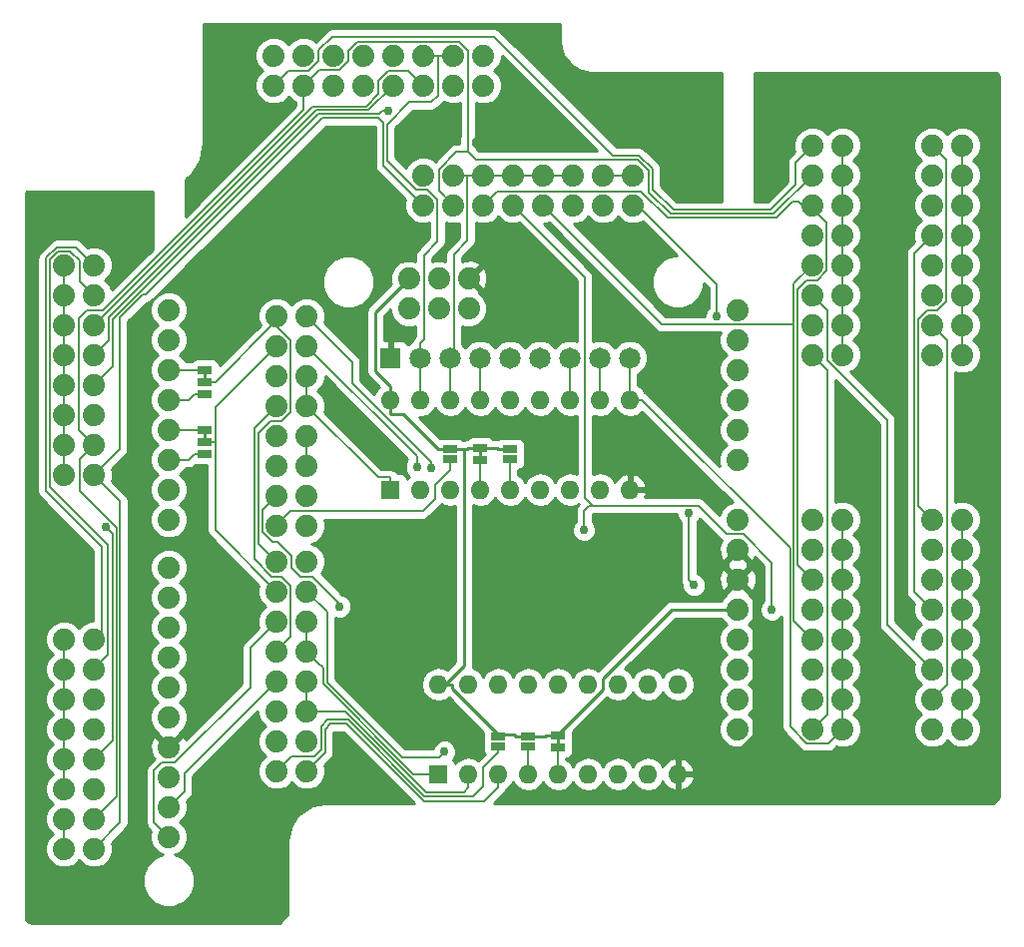
<source format=gbl>
G04 #@! TF.FileFunction,Copper,L2,Bot,Signal*
%FSLAX46Y46*%
G04 Gerber Fmt 4.6, Leading zero omitted, Abs format (unit mm)*
G04 Created by KiCad (PCBNEW 4.0.7) date 04/09/18 16:02:50*
%MOMM*%
%LPD*%
G01*
G04 APERTURE LIST*
%ADD10C,0.100000*%
%ADD11C,0.254000*%
%ADD12R,1.270000X0.635000*%
%ADD13R,1.600000X1.600000*%
%ADD14O,1.600000X1.600000*%
%ADD15C,1.879600*%
%ADD16R,1.810000X1.810000*%
%ADD17C,1.810000*%
%ADD18C,0.950000*%
%ADD19C,0.762000*%
%ADD20C,0.250000*%
%ADD21C,0.152400*%
G04 APERTURE END LIST*
D10*
D11*
X107188000Y-82296000D02*
X107188000Y-81280000D01*
X107188000Y-77216000D02*
X107188000Y-76200000D01*
X137160000Y-107188000D02*
X137160000Y-108204000D01*
X130556000Y-82804000D02*
X130556000Y-83820000D01*
D12*
X107188000Y-83312000D03*
X107188000Y-82296000D03*
X107188000Y-81280000D03*
X107188000Y-78232000D03*
X107188000Y-77216000D03*
X107188000Y-76200000D03*
D13*
X127000000Y-110490000D03*
D14*
X147320000Y-102870000D03*
X129540000Y-110490000D03*
X144780000Y-102870000D03*
X132080000Y-110490000D03*
X142240000Y-102870000D03*
X134620000Y-110490000D03*
X139700000Y-102870000D03*
X137160000Y-110490000D03*
X137160000Y-102870000D03*
X139700000Y-110490000D03*
X134620000Y-102870000D03*
X142240000Y-110490000D03*
X132080000Y-102870000D03*
X144780000Y-110490000D03*
X129540000Y-102870000D03*
X147320000Y-110490000D03*
X127000000Y-102870000D03*
D12*
X137160000Y-107188000D03*
X137160000Y-108204000D03*
X134620000Y-107289600D03*
X134620000Y-108102400D03*
X132080000Y-107289600D03*
X132080000Y-108102400D03*
D13*
X122936000Y-86360000D03*
D14*
X143256000Y-78740000D03*
X125476000Y-86360000D03*
X140716000Y-78740000D03*
X128016000Y-86360000D03*
X138176000Y-78740000D03*
X130556000Y-86360000D03*
X135636000Y-78740000D03*
X133096000Y-86360000D03*
X133096000Y-78740000D03*
X135636000Y-86360000D03*
X130556000Y-78740000D03*
X138176000Y-86360000D03*
X128016000Y-78740000D03*
X140716000Y-86360000D03*
X125476000Y-78740000D03*
X143256000Y-86360000D03*
X122936000Y-78740000D03*
D12*
X133096000Y-82905600D03*
X133096000Y-83718400D03*
X130556000Y-82804000D03*
X130556000Y-83820000D03*
X128016000Y-82905600D03*
X128016000Y-83718400D03*
D15*
X152400000Y-99060000D03*
X152400000Y-96520000D03*
X124510800Y-68440300D03*
X152400000Y-83820000D03*
X152400000Y-81280000D03*
X152400000Y-78740000D03*
X152400000Y-76200000D03*
X152400000Y-73660000D03*
X152400000Y-71120000D03*
X104140000Y-110744000D03*
X104140000Y-76200000D03*
X104140000Y-78740000D03*
X104140000Y-81280000D03*
X104140000Y-83820000D03*
X104140000Y-86360000D03*
X104140000Y-88900000D03*
X104140000Y-92964000D03*
X104140000Y-95504000D03*
X104140000Y-98044000D03*
X104140000Y-100584000D03*
X104140000Y-103124000D03*
X104140000Y-105664000D03*
X152400000Y-93980000D03*
X152400000Y-91440000D03*
X104140000Y-108204000D03*
X129588260Y-68440300D03*
X152400000Y-104140000D03*
X124510800Y-70980300D03*
X127050800Y-68440300D03*
X152400000Y-106680000D03*
X152400000Y-101600000D03*
X129588260Y-70980300D03*
X104140000Y-71120000D03*
X127050800Y-70980300D03*
X104140000Y-115824000D03*
X104140000Y-113284000D03*
X104140000Y-73660000D03*
X152400000Y-88900000D03*
X158750000Y-88900000D03*
X161290000Y-88900000D03*
X158750000Y-91440000D03*
X161290000Y-91440000D03*
X158750000Y-93980000D03*
X161290000Y-93980000D03*
X158750000Y-96520000D03*
X161290000Y-96520000D03*
X158750000Y-99060000D03*
X161290000Y-99060000D03*
X158750000Y-101600000D03*
X161290000Y-101600000D03*
X158750000Y-104140000D03*
X161290000Y-104140000D03*
X158750000Y-106680000D03*
X161290000Y-106680000D03*
X158750000Y-57150000D03*
X161290000Y-57150000D03*
X158750000Y-59690000D03*
X161290000Y-59690000D03*
X158750000Y-62230000D03*
X161290000Y-62230000D03*
X158750000Y-64770000D03*
X161290000Y-64770000D03*
X158750000Y-67310000D03*
X161290000Y-67310000D03*
X158750000Y-69850000D03*
X161290000Y-69850000D03*
X158750000Y-72390000D03*
X161290000Y-72390000D03*
X158750000Y-74930000D03*
X161290000Y-74930000D03*
X168910000Y-88900000D03*
X171450000Y-88900000D03*
X168910000Y-91440000D03*
X171450000Y-91440000D03*
X168910000Y-93980000D03*
X171450000Y-93980000D03*
X168910000Y-96520000D03*
X171450000Y-96520000D03*
X168910000Y-99060000D03*
X171450000Y-99060000D03*
X168910000Y-101600000D03*
X171450000Y-101600000D03*
X168910000Y-104140000D03*
X171450000Y-104140000D03*
X168910000Y-106680000D03*
X171450000Y-106680000D03*
X168910000Y-57150000D03*
X171450000Y-57150000D03*
X168910000Y-59690000D03*
X171450000Y-59690000D03*
X168910000Y-62230000D03*
X171450000Y-62230000D03*
X168910000Y-64770000D03*
X171450000Y-64770000D03*
X168910000Y-67310000D03*
X171450000Y-67310000D03*
X168910000Y-69850000D03*
X171450000Y-69850000D03*
X168910000Y-72390000D03*
X171450000Y-72390000D03*
X168910000Y-74930000D03*
X171450000Y-74930000D03*
X97790000Y-116840000D03*
X95250000Y-116840000D03*
X97790000Y-114300000D03*
X95250000Y-114300000D03*
X97790000Y-111760000D03*
X95250000Y-111760000D03*
X97790000Y-109220000D03*
X95250000Y-109220000D03*
X97790000Y-106680000D03*
X95250000Y-106680000D03*
X97790000Y-104140000D03*
X95250000Y-104140000D03*
X97790000Y-101600000D03*
X95250000Y-101600000D03*
X97790000Y-99060000D03*
X95250000Y-99060000D03*
X97790000Y-85090000D03*
X95250000Y-85090000D03*
X97790000Y-82550000D03*
X95250000Y-82550000D03*
X97790000Y-80010000D03*
X95250000Y-80010000D03*
X97790000Y-77470000D03*
X95250000Y-77470000D03*
X97790000Y-74930000D03*
X95250000Y-74930000D03*
X97790000Y-72390000D03*
X95250000Y-72390000D03*
X97790000Y-69850000D03*
X95250000Y-69850000D03*
X97790000Y-67310000D03*
X95250000Y-67310000D03*
X125730000Y-62230000D03*
X125730000Y-59690000D03*
X128270000Y-62230000D03*
X128270000Y-59690000D03*
X130810000Y-62230000D03*
X130810000Y-59690000D03*
X133350000Y-62230000D03*
X133350000Y-59690000D03*
X135890000Y-62230000D03*
X135890000Y-59690000D03*
X138430000Y-62230000D03*
X138430000Y-59690000D03*
X140970000Y-62230000D03*
X140970000Y-59690000D03*
X143510000Y-62230000D03*
X143510000Y-59690000D03*
X113030000Y-52070000D03*
X113030000Y-49530000D03*
X115570000Y-52070000D03*
X115570000Y-49530000D03*
X118110000Y-52070000D03*
X118110000Y-49530000D03*
X120650000Y-52070000D03*
X120650000Y-49530000D03*
X123190000Y-52070000D03*
X123190000Y-49530000D03*
X125730000Y-52070000D03*
X125730000Y-49530000D03*
X128270000Y-52070000D03*
X128270000Y-49530000D03*
X130810000Y-52070000D03*
X130810000Y-49530000D03*
X113284000Y-71628000D03*
X115824000Y-71628000D03*
X113284000Y-74168000D03*
X115824000Y-74168000D03*
X113284000Y-76708000D03*
X115824000Y-76708000D03*
X113284000Y-79248000D03*
X115824000Y-79248000D03*
X113284000Y-81788000D03*
X115824000Y-81788000D03*
X113284000Y-84328000D03*
X115824000Y-84328000D03*
X113284000Y-86868000D03*
X115824000Y-86868000D03*
X113284000Y-89408000D03*
X115824000Y-89408000D03*
X113284000Y-92456000D03*
X115824000Y-92456000D03*
X113284000Y-94996000D03*
X115824000Y-94996000D03*
X113284000Y-97536000D03*
X115824000Y-97536000D03*
X113284000Y-100076000D03*
X115824000Y-100076000D03*
X113284000Y-102616000D03*
X115824000Y-102616000D03*
X113284000Y-105156000D03*
X115824000Y-105156000D03*
X113284000Y-107696000D03*
X115824000Y-107696000D03*
X113284000Y-110236000D03*
X115824000Y-110236000D03*
D16*
X122936000Y-75184000D03*
D17*
X125476000Y-75184000D03*
X128016000Y-75184000D03*
X130556000Y-75184000D03*
X133096000Y-75184000D03*
X135636000Y-75184000D03*
X138176000Y-75184000D03*
X140716000Y-75184000D03*
X143256000Y-75184000D03*
D18*
X134112000Y-54610000D03*
X125730000Y-56388000D03*
X130302000Y-56896000D03*
X120904000Y-56642000D03*
X110490000Y-56642000D03*
X119380000Y-63754000D03*
X124968000Y-65024000D03*
X128270000Y-65024000D03*
X144018000Y-68072000D03*
X141986000Y-70612000D03*
X137922000Y-70104000D03*
X101854000Y-87630000D03*
X151130000Y-110490000D03*
X125730000Y-93218000D03*
X137414000Y-82296000D03*
X122428000Y-83058000D03*
D19*
X148709898Y-94456973D03*
X148256900Y-88337700D03*
X122794340Y-54210452D03*
X155306800Y-96544700D03*
X98776500Y-89539000D03*
X139367300Y-89776800D03*
X150655000Y-71673100D03*
X126368145Y-84548353D03*
X125181360Y-84427694D03*
X127527427Y-108603288D03*
X118648000Y-96246500D03*
D20*
X121655600Y-76284300D02*
X122936000Y-77564700D01*
X121655600Y-71295500D02*
X121655600Y-76284300D01*
X124510800Y-68440300D02*
X121655600Y-71295500D01*
X136048100Y-107289600D02*
X136149700Y-107188000D01*
X134620000Y-107289600D02*
X136048100Y-107289600D01*
X122936000Y-78740000D02*
X122936000Y-77564700D01*
X131984100Y-82804000D02*
X132085700Y-82905600D01*
X130556000Y-82804000D02*
X131984100Y-82804000D01*
X133096000Y-82905600D02*
X132085700Y-82905600D01*
X132080000Y-107289600D02*
X132080000Y-107116400D01*
X133436500Y-107116400D02*
X133609700Y-107289600D01*
X132080000Y-107116400D02*
X133436500Y-107116400D01*
X134620000Y-107289600D02*
X133609700Y-107289600D01*
X136654900Y-107188000D02*
X136149700Y-107188000D01*
X128175300Y-103211700D02*
X132080000Y-107116400D01*
X128175300Y-102870000D02*
X128175300Y-103211700D01*
X130556000Y-82804000D02*
X129545700Y-82804000D01*
X127000000Y-102870000D02*
X127587700Y-102870000D01*
X127587700Y-102870000D02*
X128175300Y-102870000D01*
X129206600Y-101251100D02*
X129206600Y-82905600D01*
X127587700Y-102870000D02*
X129206600Y-101251100D01*
X129444100Y-82905600D02*
X129545700Y-82804000D01*
X129206600Y-82905600D02*
X129444100Y-82905600D01*
X136654900Y-107188000D02*
X136907500Y-107188000D01*
X136907500Y-107188000D02*
X137160000Y-107188000D01*
X146830100Y-96520000D02*
X152400000Y-96520000D01*
X140970000Y-102380100D02*
X146830100Y-96520000D01*
X140970000Y-103281100D02*
X140970000Y-102380100D01*
X137063100Y-107188000D02*
X140970000Y-103281100D01*
X136907500Y-107188000D02*
X137063100Y-107188000D01*
X129206600Y-82905600D02*
X128016000Y-82905600D01*
X124015400Y-79915300D02*
X122936000Y-79915300D01*
X127005700Y-82905600D02*
X124015400Y-79915300D01*
X128016000Y-82905600D02*
X127005700Y-82905600D01*
X122936000Y-78740000D02*
X122936000Y-79915300D01*
D21*
X104140000Y-76200000D02*
X107188000Y-76200000D01*
X105793500Y-78740000D02*
X106301500Y-78232000D01*
X104140000Y-78740000D02*
X105793500Y-78740000D01*
X107188000Y-78232000D02*
X106301500Y-78232000D01*
X104140000Y-81280000D02*
X107188000Y-81280000D01*
X105793500Y-83820000D02*
X106301500Y-83312000D01*
X104140000Y-83820000D02*
X105793500Y-83820000D01*
X107188000Y-83312000D02*
X106301500Y-83312000D01*
D20*
X152400000Y-91440000D02*
X151307514Y-92532486D01*
X151307514Y-92532486D02*
X151307514Y-92887514D01*
X151307514Y-92887514D02*
X152400000Y-93980000D01*
X133096000Y-54102000D02*
X133604000Y-54102000D01*
X133604000Y-54102000D02*
X134112000Y-54610000D01*
X130302000Y-56896000D02*
X133096000Y-54102000D01*
X119380000Y-63754000D02*
X119380000Y-58166000D01*
X119380000Y-58166000D02*
X120904000Y-56642000D01*
X120937001Y-64549001D02*
X120175001Y-64549001D01*
X120175001Y-64549001D02*
X119380000Y-63754000D01*
X124968000Y-65024000D02*
X124493001Y-64549001D01*
X124493001Y-64549001D02*
X120937001Y-64549001D01*
X132080000Y-66040000D02*
X133858000Y-66040000D01*
X133858000Y-66040000D02*
X137922000Y-70104000D01*
X130619499Y-67500501D02*
X132080000Y-66040000D01*
X129588260Y-68440300D02*
X130528059Y-67500501D01*
X130528059Y-67500501D02*
X130619499Y-67500501D01*
X104140000Y-108204000D02*
X101854000Y-105918000D01*
X101854000Y-105918000D02*
X101854000Y-87630000D01*
X104140000Y-108204000D02*
X101346000Y-105410000D01*
X147320000Y-110490000D02*
X151130000Y-110490000D01*
X150460600Y-110490000D02*
X147320000Y-110490000D01*
X153724100Y-107226500D02*
X150460600Y-110490000D01*
X153724100Y-95304100D02*
X153724100Y-107226500D01*
X152400000Y-93980000D02*
X153724100Y-95304100D01*
D21*
X111039500Y-99780500D02*
X113284000Y-97536000D01*
X111039500Y-103105900D02*
X111039500Y-99780500D01*
X104618400Y-109527000D02*
X111039500Y-103105900D01*
X103574700Y-109527000D02*
X104618400Y-109527000D01*
X102889300Y-110212400D02*
X103574700Y-109527000D01*
X102889300Y-114573300D02*
X102889300Y-110212400D01*
X104140000Y-115824000D02*
X102889300Y-114573300D01*
X105488600Y-111935400D02*
X104140000Y-113284000D01*
X105488600Y-110411400D02*
X105488600Y-111935400D01*
X113284000Y-102616000D02*
X105488600Y-110411400D01*
X107188000Y-82296000D02*
X108074500Y-82296000D01*
X108074500Y-79377500D02*
X108074500Y-82296000D01*
X113284000Y-74168000D02*
X108074500Y-79377500D01*
X108074500Y-89786500D02*
X108074500Y-82296000D01*
X113284000Y-94996000D02*
X108074500Y-89786500D01*
X148328899Y-94075974D02*
X148709898Y-94456973D01*
X148256900Y-94003975D02*
X148328899Y-94075974D01*
X148256900Y-88337700D02*
X148256900Y-94003975D01*
X158750000Y-57150000D02*
X157310134Y-58589866D01*
X146951322Y-62608500D02*
X145195312Y-60852490D01*
X157310134Y-58589866D02*
X157310134Y-60500830D01*
X155202464Y-62608500D02*
X146951322Y-62608500D01*
X157310134Y-60500830D02*
X155202464Y-62608500D01*
X145195312Y-60852490D02*
X145195312Y-59149601D01*
X145195312Y-59149601D02*
X144046944Y-58001233D01*
X144046944Y-58001233D02*
X141827901Y-58001233D01*
X141827901Y-58001233D02*
X131757336Y-47930668D01*
X131757336Y-47930668D02*
X117992332Y-47930668D01*
X117992332Y-47930668D02*
X116840000Y-49083000D01*
X116840000Y-49083000D02*
X116840000Y-49948600D01*
X116840000Y-49948600D02*
X115988600Y-50800000D01*
X115988600Y-50800000D02*
X114300000Y-50800000D01*
X114300000Y-50800000D02*
X113969799Y-51130201D01*
X113969799Y-51130201D02*
X113030000Y-52070000D01*
X125730000Y-62230000D02*
X122348416Y-58848416D01*
X122348416Y-58848416D02*
X122348416Y-55253841D01*
X122348416Y-55253841D02*
X121902422Y-54807847D01*
X101943840Y-69803712D02*
X99975060Y-71772492D01*
X121902422Y-54807847D02*
X117191616Y-54807847D01*
X117191616Y-54807847D02*
X102195751Y-69803712D01*
X102195751Y-69803712D02*
X101943840Y-69803712D01*
X99975060Y-71772492D02*
X99975060Y-82904940D01*
X99975060Y-82904940D02*
X98729799Y-84150201D01*
X98729799Y-84150201D02*
X97790000Y-85090000D01*
X170127700Y-58367700D02*
X168910000Y-57150000D01*
X170127700Y-70338100D02*
X170127700Y-58367700D01*
X169345800Y-71120000D02*
X170127700Y-70338100D01*
X168488600Y-71120000D02*
X169345800Y-71120000D01*
X167713000Y-71895600D02*
X168488600Y-71120000D01*
X167713000Y-87703000D02*
X167713000Y-71895600D01*
X168910000Y-88900000D02*
X167713000Y-87703000D01*
X100026400Y-87326400D02*
X97790000Y-85090000D01*
X100026400Y-114603600D02*
X100026400Y-87326400D01*
X97790000Y-116840000D02*
X100026400Y-114603600D01*
X158750000Y-59690000D02*
X155474800Y-62965200D01*
X155474800Y-62965200D02*
X146714581Y-62965200D01*
X146714581Y-62965200D02*
X144867901Y-61118520D01*
X144867901Y-59285219D02*
X143911326Y-58328644D01*
X143911326Y-58328644D02*
X130175144Y-58328644D01*
X144867901Y-61118520D02*
X144867901Y-59285219D01*
X130175144Y-58328644D02*
X129540000Y-57693500D01*
X129500799Y-57654299D02*
X129500799Y-56511423D01*
X129540000Y-57693500D02*
X129500799Y-57654299D01*
X116509799Y-51130201D02*
X115570000Y-52070000D01*
X116918600Y-50721400D02*
X116509799Y-51130201D01*
X119380000Y-49965700D02*
X118624300Y-50721400D01*
X119380000Y-49105600D02*
X119380000Y-49965700D01*
X128787600Y-48338200D02*
X120147400Y-48338200D01*
X129540000Y-56472222D02*
X129540000Y-49090600D01*
X120147400Y-48338200D02*
X119380000Y-49105600D01*
X129500799Y-56511423D02*
X129540000Y-56472222D01*
X118624300Y-50721400D02*
X116918600Y-50721400D01*
X129540000Y-49090600D02*
X128787600Y-48338200D01*
X115570000Y-53399077D02*
X115570000Y-52070000D01*
X115570000Y-54114700D02*
X115570000Y-53399077D01*
X98564700Y-71120000D02*
X115570000Y-54114700D01*
X96549943Y-71783650D02*
X97213593Y-71120000D01*
X96549943Y-81309943D02*
X96549943Y-71783650D01*
X97790000Y-82550000D02*
X96549943Y-81309943D01*
X97213593Y-71120000D02*
X98564700Y-71120000D01*
X127060700Y-61020700D02*
X128270000Y-62230000D01*
X127060700Y-59175900D02*
X127060700Y-61020700D01*
X128543100Y-57693500D02*
X127060700Y-59175900D01*
X129540000Y-57693500D02*
X128543100Y-57693500D01*
X96575100Y-83764900D02*
X97790000Y-82550000D01*
X96575100Y-86443000D02*
X96575100Y-83764900D01*
X99698700Y-89566600D02*
X96575100Y-86443000D01*
X99698700Y-112391300D02*
X99698700Y-89566600D01*
X97790000Y-114300000D02*
X99698700Y-112391300D01*
X130810000Y-62230000D02*
X132013600Y-61026400D01*
X132013600Y-61026400D02*
X144187290Y-61026400D01*
X144187290Y-61026400D02*
X146453890Y-63293000D01*
X146453890Y-63293000D02*
X155668768Y-63293000D01*
X155668768Y-63293000D02*
X157073509Y-61888259D01*
X157073509Y-61888259D02*
X157575259Y-61888259D01*
X157575259Y-61888259D02*
X158619500Y-62932500D01*
X158619500Y-62932500D02*
X159189840Y-62932500D01*
X159180000Y-68580000D02*
X158276500Y-68580000D01*
X159189840Y-62932500D02*
X159967100Y-63709760D01*
X159967100Y-63709760D02*
X159967100Y-67792900D01*
X159967100Y-67792900D02*
X159180000Y-68580000D01*
X158276500Y-68580000D02*
X157496300Y-69360200D01*
X157496300Y-69360200D02*
X157496300Y-92726300D01*
X157496300Y-92726300D02*
X158750000Y-93980000D01*
X158619500Y-62360500D02*
X158750000Y-62230000D01*
X158619500Y-62932500D02*
X158619500Y-62360500D01*
X116804087Y-54480436D02*
X121985541Y-54480436D01*
X99384620Y-71899903D02*
X116804087Y-54480436D01*
X99384620Y-75875380D02*
X99384620Y-71899903D01*
X122255525Y-54210452D02*
X122794340Y-54210452D01*
X121985541Y-54480436D02*
X122255525Y-54210452D01*
X97790000Y-77470000D02*
X99384620Y-75875380D01*
X140445000Y-87700000D02*
X139810685Y-87700000D01*
X139810685Y-87700000D02*
X139367300Y-88143385D01*
X139367300Y-88143385D02*
X139367300Y-89776800D01*
X133350000Y-62230000D02*
X139446000Y-68326000D01*
X139446000Y-68326000D02*
X139446000Y-87070420D01*
X139446000Y-87070420D02*
X140075580Y-87700000D01*
X140075580Y-87700000D02*
X140445000Y-87700000D01*
X167384900Y-94994900D02*
X168910000Y-96520000D01*
X167384900Y-66295100D02*
X167384900Y-94994900D01*
X168910000Y-64770000D02*
X167384900Y-66295100D01*
X99371000Y-107639000D02*
X97790000Y-109220000D01*
X99371000Y-90133500D02*
X99371000Y-107639000D01*
X98776500Y-89539000D02*
X99371000Y-90133500D01*
X155306800Y-92526700D02*
X155306800Y-96544700D01*
X152897000Y-90116900D02*
X155306800Y-92526700D01*
X151487100Y-90116900D02*
X152897000Y-90116900D01*
X149070200Y-87700000D02*
X151487100Y-90116900D01*
X140445000Y-87700000D02*
X149070200Y-87700000D01*
X99057209Y-73662791D02*
X98729799Y-73990201D01*
X98729799Y-73990201D02*
X97790000Y-74930000D01*
X99057209Y-71764285D02*
X99057209Y-73662791D01*
X121106975Y-54153025D02*
X116668469Y-54153025D01*
X123190000Y-52070000D02*
X121106975Y-54153025D01*
X116668469Y-54153025D02*
X99057209Y-71764285D01*
X145978700Y-72318700D02*
X157168500Y-72318700D01*
X135890000Y-62230000D02*
X145978700Y-72318700D01*
X157168500Y-97478500D02*
X157168500Y-72318700D01*
X158750000Y-99060000D02*
X157168500Y-97478500D01*
X157168500Y-68891500D02*
X158750000Y-67310000D01*
X157168500Y-72318700D02*
X157168500Y-68891500D01*
X98729799Y-71450201D02*
X97790000Y-72390000D01*
X120871456Y-53825614D02*
X116354386Y-53825614D01*
X116354386Y-53825614D02*
X98729799Y-71450201D01*
X121920931Y-51623722D02*
X121920931Y-52776139D01*
X121920931Y-52776139D02*
X120871456Y-53825614D01*
X122720985Y-50823667D02*
X121920931Y-51623722D01*
X124483667Y-50823667D02*
X122720985Y-50823667D01*
X125730000Y-52070000D02*
X124483667Y-50823667D01*
X165100000Y-97790000D02*
X168910000Y-101600000D01*
X165100000Y-80456900D02*
X165100000Y-97790000D01*
X160019800Y-75376700D02*
X165100000Y-80456900D01*
X160019800Y-71119800D02*
X160019800Y-75376700D01*
X158750000Y-69850000D02*
X160019800Y-71119800D01*
X97790000Y-69850000D02*
X96598600Y-68658600D01*
X96598600Y-68658600D02*
X96598600Y-66941900D01*
X96598600Y-66941900D02*
X95767800Y-66111100D01*
X94037200Y-86091255D02*
X99005300Y-91059355D01*
X95767800Y-66111100D02*
X94751200Y-66111100D01*
X94751200Y-66111100D02*
X94037200Y-66825100D01*
X94037200Y-66825100D02*
X94037200Y-86091255D01*
X99005300Y-91059355D02*
X99005300Y-100384700D01*
X99005300Y-100384700D02*
X97790000Y-101600000D01*
X170180000Y-102870000D02*
X168910000Y-104140000D01*
X170180000Y-73660000D02*
X170180000Y-102870000D01*
X168910000Y-72390000D02*
X170180000Y-73660000D01*
X143510000Y-62230000D02*
X143963428Y-62230000D01*
X143963428Y-62230000D02*
X150655000Y-68921572D01*
X150655000Y-68921572D02*
X150655000Y-71673100D01*
X97790000Y-99060000D02*
X98434406Y-98415594D01*
X98434406Y-98415594D02*
X98434406Y-91221787D01*
X98434406Y-91221787D02*
X93709400Y-86496781D01*
X93709400Y-86496781D02*
X93709400Y-66689400D01*
X93709400Y-66689400D02*
X94615500Y-65783300D01*
X94615500Y-65783300D02*
X96263300Y-65783300D01*
X96263300Y-65783300D02*
X97790000Y-67310000D01*
X160020000Y-105410000D02*
X158750000Y-106680000D01*
X160020000Y-76200000D02*
X160020000Y-105410000D01*
X158750000Y-74930000D02*
X160020000Y-76200000D01*
X107188000Y-77216000D02*
X108074500Y-77216000D01*
X113051700Y-72238800D02*
X108074500Y-77216000D01*
X113051700Y-71860300D02*
X113051700Y-72238800D01*
X113284000Y-71628000D02*
X113051700Y-71860300D01*
X111744500Y-90916500D02*
X113284000Y-92456000D01*
X111744500Y-81584000D02*
X111744500Y-90916500D01*
X112810500Y-80518000D02*
X111744500Y-81584000D01*
X113714300Y-80518000D02*
X112810500Y-80518000D01*
X114475400Y-79756900D02*
X113714300Y-80518000D01*
X114475400Y-73662500D02*
X114475400Y-79756900D01*
X113051700Y-72238800D02*
X114475400Y-73662500D01*
X161290000Y-104140000D02*
X161290000Y-101600000D01*
X161290000Y-101600000D02*
X161290000Y-99060000D01*
X161290000Y-99060000D02*
X161290000Y-96520000D01*
X161290000Y-96520000D02*
X161290000Y-93980000D01*
X161290000Y-93980000D02*
X161290000Y-91440000D01*
X161290000Y-91440000D02*
X161290000Y-88900000D01*
X143256000Y-78740000D02*
X143256000Y-75184000D01*
X143256000Y-78740000D02*
X144307500Y-78740000D01*
X161290000Y-104140000D02*
X161290000Y-106680000D01*
X156840700Y-91273200D02*
X144307500Y-78740000D01*
X156840700Y-106484400D02*
X156840700Y-91273200D01*
X158247100Y-107890800D02*
X156840700Y-106484400D01*
X160079200Y-107890800D02*
X158247100Y-107890800D01*
X161290000Y-106680000D02*
X160079200Y-107890800D01*
X161290000Y-74930000D02*
X161290000Y-72390000D01*
X161290000Y-72390000D02*
X161290000Y-69850000D01*
X161290000Y-69850000D02*
X161290000Y-67310000D01*
X161290000Y-67310000D02*
X161290000Y-64770000D01*
X161290000Y-64770000D02*
X161290000Y-62230000D01*
X161290000Y-62230000D02*
X161290000Y-59690000D01*
X161290000Y-59690000D02*
X161290000Y-57150000D01*
X140716000Y-78740000D02*
X140716000Y-75184000D01*
X171450000Y-106680000D02*
X171450000Y-104140000D01*
X171450000Y-104140000D02*
X171450000Y-101600000D01*
X171450000Y-101600000D02*
X171450000Y-99060000D01*
X171450000Y-99060000D02*
X171450000Y-96520000D01*
X171450000Y-96520000D02*
X171450000Y-93980000D01*
X171450000Y-93980000D02*
X171450000Y-91440000D01*
X171450000Y-91440000D02*
X171450000Y-88900000D01*
X138176000Y-78740000D02*
X138176000Y-75184000D01*
X171450000Y-74930000D02*
X171450000Y-72390000D01*
X171450000Y-72390000D02*
X171450000Y-69850000D01*
X171450000Y-69850000D02*
X171450000Y-67310000D01*
X171450000Y-67310000D02*
X171450000Y-64770000D01*
X171450000Y-64770000D02*
X171450000Y-62230000D01*
X171450000Y-62230000D02*
X171450000Y-59690000D01*
X171450000Y-59690000D02*
X171450000Y-57150000D01*
X95250000Y-99060000D02*
X95250000Y-101600000D01*
X95250000Y-101600000D02*
X95250000Y-104140000D01*
X95250000Y-104140000D02*
X95250000Y-106680000D01*
X95250000Y-106680000D02*
X95250000Y-109220000D01*
X95250000Y-109220000D02*
X95250000Y-111760000D01*
X95250000Y-114300000D02*
X95250000Y-116840000D01*
X95250000Y-67310000D02*
X95250000Y-69850000D01*
X95250000Y-69850000D02*
X95250000Y-72390000D01*
X95250000Y-72390000D02*
X95250000Y-74930000D01*
X95250000Y-74930000D02*
X95250000Y-77470000D01*
X95250000Y-77470000D02*
X95250000Y-80010000D01*
X95250000Y-80010000D02*
X95250000Y-82550000D01*
X95250000Y-82550000D02*
X95250000Y-85090000D01*
X130556000Y-78740000D02*
X130556000Y-75184000D01*
X143510000Y-59690000D02*
X140970000Y-59690000D01*
X138430000Y-59690000D02*
X135890000Y-59690000D01*
X128319600Y-74880400D02*
X128016000Y-75184000D01*
X128319600Y-66355900D02*
X128319600Y-74880400D01*
X129463700Y-65211800D02*
X128319600Y-66355900D01*
X129463700Y-59690000D02*
X129463700Y-65211800D01*
X130810000Y-59690000D02*
X129463700Y-59690000D01*
X129463700Y-59690000D02*
X128270000Y-59690000D01*
X128016000Y-78740000D02*
X128016000Y-75184000D01*
X135890000Y-59690000D02*
X133350000Y-59690000D01*
X133350000Y-59690000D02*
X130810000Y-59690000D01*
X122675827Y-58398509D02*
X125158319Y-60881001D01*
X122675827Y-55382297D02*
X122675827Y-58398509D01*
X126977700Y-52920323D02*
X126412944Y-53485079D01*
X126946800Y-65286900D02*
X125780800Y-66452900D01*
X125158319Y-60881001D02*
X126069601Y-60881001D01*
X125780800Y-66452900D02*
X125780800Y-73599337D01*
X125780800Y-73599337D02*
X125476000Y-73904137D01*
X126412944Y-53485079D02*
X124573045Y-53485079D01*
X126977700Y-49530000D02*
X126977700Y-52920323D01*
X124573045Y-53485079D02*
X122675827Y-55382297D01*
X126069601Y-60881001D02*
X126946800Y-61758200D01*
X126946800Y-61758200D02*
X126946800Y-65286900D01*
X125476000Y-73904137D02*
X125476000Y-75184000D01*
X125476000Y-78740000D02*
X125476000Y-77688500D01*
X125476000Y-75184000D02*
X125476000Y-77688500D01*
X125730000Y-49530000D02*
X126977700Y-49530000D01*
X126977700Y-49530000D02*
X128270000Y-49530000D01*
X119700800Y-77333899D02*
X126368145Y-84001244D01*
X126368145Y-84001244D02*
X126368145Y-84009538D01*
X126368145Y-84009538D02*
X126368145Y-84548353D01*
X119700800Y-75504800D02*
X119700800Y-77333899D01*
X115824000Y-71628000D02*
X119700800Y-75504800D01*
X125181360Y-83888879D02*
X125181360Y-84427694D01*
X115824000Y-74168000D02*
X125181360Y-83525360D01*
X125181360Y-83525360D02*
X125181360Y-83888879D01*
X115824000Y-79248000D02*
X115824000Y-76708000D01*
X121884500Y-85308500D02*
X122936000Y-85308500D01*
X115824000Y-79248000D02*
X121884500Y-85308500D01*
X122936000Y-86360000D02*
X122936000Y-85308500D01*
X115824000Y-84328000D02*
X115824000Y-81788000D01*
X113284000Y-89408000D02*
X114499600Y-88192400D01*
X114499600Y-88192400D02*
X125684151Y-88192400D01*
X125684151Y-88192400D02*
X126720186Y-87156365D01*
X128016000Y-84684800D02*
X128016000Y-84287400D01*
X128016000Y-84287400D02*
X128016000Y-83718400D01*
X126720186Y-87156365D02*
X126720186Y-85980614D01*
X126720186Y-85980614D02*
X128016000Y-84684800D01*
X127146428Y-108984287D02*
X127527427Y-108603288D01*
X127075580Y-109055135D02*
X127146428Y-108984287D01*
X123944659Y-109055135D02*
X127075580Y-109055135D01*
X117567564Y-102678040D02*
X123944659Y-109055135D01*
X117567564Y-96739564D02*
X117567564Y-102678040D01*
X115824000Y-94996000D02*
X117567564Y-96739564D01*
X127000000Y-110490000D02*
X124916495Y-110490000D01*
X124916495Y-110490000D02*
X117240153Y-102813658D01*
X117240153Y-102813658D02*
X117240153Y-101492153D01*
X117240153Y-101492153D02*
X116763799Y-101015799D01*
X116763799Y-101015799D02*
X115824000Y-100076000D01*
X115824000Y-100076000D02*
X115824000Y-97536000D01*
X129540000Y-110490000D02*
X129571710Y-110521710D01*
X129571710Y-110521710D02*
X129571710Y-111616258D01*
X129571710Y-111616258D02*
X129170377Y-112017591D01*
X129170377Y-112017591D02*
X125963642Y-112017591D01*
X125963642Y-112017591D02*
X119102051Y-105156000D01*
X119102051Y-105156000D02*
X115824000Y-105156000D01*
X115824000Y-105156000D02*
X115824000Y-102616000D01*
X125781234Y-112779712D02*
X130921658Y-112779712D01*
X130921658Y-112779712D02*
X132080000Y-111621370D01*
X132080000Y-111621370D02*
X132080000Y-110490000D01*
X119221486Y-106219964D02*
X125781234Y-112779712D01*
X117870542Y-106219964D02*
X119221486Y-106219964D01*
X115824000Y-110236000D02*
X117423740Y-108636260D01*
X117423740Y-108636260D02*
X117423740Y-106666766D01*
X117423740Y-106666766D02*
X117870542Y-106219964D01*
X113284000Y-110236000D02*
X114530608Y-108989392D01*
X114530608Y-108989392D02*
X116474237Y-108989392D01*
X116474237Y-108989392D02*
X117096329Y-108367300D01*
X117096329Y-108367300D02*
X117096329Y-106423671D01*
X117096329Y-106423671D02*
X117627447Y-105892553D01*
X117627447Y-105892553D02*
X119357104Y-105892553D01*
X119357104Y-105892553D02*
X125809552Y-112345002D01*
X125809552Y-112345002D02*
X129984357Y-112345002D01*
X129984357Y-112345002D02*
X130833456Y-111495903D01*
X130833456Y-111495903D02*
X130833456Y-109917944D01*
X130833456Y-109917944D02*
X132080000Y-108671400D01*
X132080000Y-108671400D02*
X132080000Y-108572300D01*
X132080000Y-108572300D02*
X132080000Y-108102400D01*
X133096000Y-83718400D02*
X133096000Y-86360000D01*
X130556000Y-83820000D02*
X130556000Y-86360000D01*
X137160000Y-108204000D02*
X137160000Y-110490000D01*
X134620000Y-108102400D02*
X134620000Y-110490000D01*
X112089400Y-88062600D02*
X113284000Y-86868000D01*
X112089400Y-89941700D02*
X112089400Y-88062600D01*
X112963900Y-90816200D02*
X112089400Y-89941700D01*
X113361600Y-90816200D02*
X112963900Y-90816200D01*
X114554000Y-92008600D02*
X113361600Y-90816200D01*
X114554000Y-92965200D02*
X114554000Y-92008600D01*
X115312500Y-93723700D02*
X114554000Y-92965200D01*
X116327900Y-93723700D02*
X115312500Y-93723700D01*
X118648000Y-96043800D02*
X116327900Y-93723700D01*
X118648000Y-96246500D02*
X118648000Y-96043800D01*
X111375000Y-81157000D02*
X113284000Y-79248000D01*
X111375000Y-92251900D02*
X111375000Y-81157000D01*
X112849100Y-93726000D02*
X111375000Y-92251900D01*
X113725200Y-93726000D02*
X112849100Y-93726000D01*
X114497900Y-94498700D02*
X113725200Y-93726000D01*
X114497900Y-98862100D02*
X114497900Y-94498700D01*
X113284000Y-100076000D02*
X114497900Y-98862100D01*
D11*
G36*
X121637216Y-55548430D02*
X121637216Y-58848416D01*
X121691353Y-59120581D01*
X121845522Y-59351310D01*
X124230033Y-61735821D01*
X124155474Y-61915379D01*
X124154927Y-62541873D01*
X124394171Y-63120887D01*
X124836783Y-63564272D01*
X125415379Y-63804526D01*
X126041873Y-63805073D01*
X126235600Y-63725027D01*
X126235600Y-64992312D01*
X125277906Y-65950006D01*
X125123737Y-66180735D01*
X125083451Y-66383265D01*
X125069600Y-66452900D01*
X125069600Y-66967166D01*
X124825421Y-66865774D01*
X124198927Y-66865227D01*
X123619913Y-67104471D01*
X123176528Y-67547083D01*
X122936274Y-68125679D01*
X122935727Y-68752173D01*
X122990811Y-68885487D01*
X121118199Y-70758099D01*
X120953452Y-71004661D01*
X120895600Y-71295500D01*
X120895600Y-76284300D01*
X120953452Y-76575139D01*
X121118199Y-76821701D01*
X121964694Y-77668196D01*
X121921302Y-77697189D01*
X121610233Y-78162736D01*
X121597822Y-78225132D01*
X120412000Y-77039311D01*
X120412000Y-75504800D01*
X120360247Y-75244621D01*
X120357863Y-75232635D01*
X120203694Y-75001906D01*
X117323967Y-72122179D01*
X117398526Y-71942621D01*
X117399073Y-71316127D01*
X117159829Y-70737113D01*
X116717217Y-70293728D01*
X116138621Y-70053474D01*
X115512127Y-70052927D01*
X114933113Y-70292171D01*
X114553727Y-70670896D01*
X114177217Y-70293728D01*
X113598621Y-70053474D01*
X112972127Y-70052927D01*
X112393113Y-70292171D01*
X111949728Y-70734783D01*
X111709474Y-71313379D01*
X111708927Y-71939873D01*
X111894856Y-72389855D01*
X108459635Y-75825077D01*
X108426162Y-75647183D01*
X108287090Y-75431059D01*
X108074890Y-75286069D01*
X107823000Y-75235060D01*
X106553000Y-75235060D01*
X106317683Y-75279338D01*
X106101559Y-75418410D01*
X106053464Y-75488800D01*
X105550074Y-75488800D01*
X105475829Y-75309113D01*
X105097104Y-74929727D01*
X105474272Y-74553217D01*
X105714526Y-73974621D01*
X105715073Y-73348127D01*
X105475829Y-72769113D01*
X105097104Y-72389727D01*
X105474272Y-72013217D01*
X105714526Y-71434621D01*
X105715073Y-70808127D01*
X105475829Y-70229113D01*
X105033217Y-69785728D01*
X104454621Y-69545474D01*
X103828127Y-69544927D01*
X103249113Y-69784171D01*
X102805728Y-70226783D01*
X102565474Y-70805379D01*
X102564927Y-71431873D01*
X102804171Y-72010887D01*
X103182896Y-72390273D01*
X102805728Y-72766783D01*
X102565474Y-73345379D01*
X102564927Y-73971873D01*
X102804171Y-74550887D01*
X103182896Y-74930273D01*
X102805728Y-75306783D01*
X102565474Y-75885379D01*
X102564927Y-76511873D01*
X102804171Y-77090887D01*
X103182896Y-77470273D01*
X102805728Y-77846783D01*
X102565474Y-78425379D01*
X102564927Y-79051873D01*
X102804171Y-79630887D01*
X103182896Y-80010273D01*
X102805728Y-80386783D01*
X102565474Y-80965379D01*
X102564927Y-81591873D01*
X102804171Y-82170887D01*
X103182896Y-82550273D01*
X102805728Y-82926783D01*
X102565474Y-83505379D01*
X102564927Y-84131873D01*
X102804171Y-84710887D01*
X103182896Y-85090273D01*
X102805728Y-85466783D01*
X102565474Y-86045379D01*
X102564927Y-86671873D01*
X102804171Y-87250887D01*
X103182896Y-87630273D01*
X102805728Y-88006783D01*
X102565474Y-88585379D01*
X102564927Y-89211873D01*
X102804171Y-89790887D01*
X103246783Y-90234272D01*
X103825379Y-90474526D01*
X104451873Y-90475073D01*
X105030887Y-90235829D01*
X105474272Y-89793217D01*
X105714526Y-89214621D01*
X105715073Y-88588127D01*
X105475829Y-88009113D01*
X105097104Y-87629727D01*
X105474272Y-87253217D01*
X105714526Y-86674621D01*
X105715073Y-86048127D01*
X105475829Y-85469113D01*
X105097104Y-85089727D01*
X105474272Y-84713217D01*
X105549852Y-84531200D01*
X105793500Y-84531200D01*
X106065665Y-84477063D01*
X106296394Y-84322894D01*
X106377822Y-84241466D01*
X106553000Y-84276940D01*
X107363300Y-84276940D01*
X107363300Y-89786500D01*
X107417437Y-90058665D01*
X107571606Y-90289394D01*
X111784033Y-94501822D01*
X111709474Y-94681379D01*
X111708927Y-95307873D01*
X111948171Y-95886887D01*
X112326896Y-96266273D01*
X111949728Y-96642783D01*
X111709474Y-97221379D01*
X111708927Y-97847873D01*
X111784190Y-98030022D01*
X110536606Y-99277606D01*
X110382437Y-99508335D01*
X110382437Y-99508336D01*
X110328300Y-99780500D01*
X110328300Y-102811311D01*
X105586935Y-107552676D01*
X105509580Y-107365923D01*
X105248968Y-107274637D01*
X104319605Y-108204000D01*
X104333748Y-108218143D01*
X104154143Y-108397748D01*
X104140000Y-108383605D01*
X104125858Y-108397748D01*
X103946253Y-108218143D01*
X103960395Y-108204000D01*
X103031032Y-107274637D01*
X102770420Y-107365923D01*
X102553955Y-107953833D01*
X102578951Y-108579828D01*
X102770420Y-109042077D01*
X102980314Y-109115598D01*
X102386406Y-109709506D01*
X102232237Y-109940235D01*
X102232237Y-109940236D01*
X102178100Y-110212400D01*
X102178100Y-114573300D01*
X102232237Y-114845465D01*
X102386406Y-115076194D01*
X102640033Y-115329821D01*
X102565474Y-115509379D01*
X102564927Y-116135873D01*
X102804171Y-116714887D01*
X103246783Y-117158272D01*
X103608341Y-117308404D01*
X102875628Y-117611155D01*
X102246364Y-118239321D01*
X101905389Y-119060481D01*
X101904613Y-119949619D01*
X102244155Y-120771372D01*
X102872321Y-121400636D01*
X103693481Y-121741611D01*
X104582619Y-121742387D01*
X105074852Y-121539000D01*
X105156000Y-121539000D01*
X105203789Y-121529666D01*
X105245803Y-121501803D01*
X105302787Y-121444819D01*
X105404372Y-121402845D01*
X106033636Y-120774679D01*
X106076745Y-120670861D01*
X106134803Y-120612803D01*
X106161994Y-120572410D01*
X106172000Y-120523000D01*
X106172000Y-120441461D01*
X106374611Y-119953519D01*
X106375387Y-119064381D01*
X106035845Y-118242628D01*
X105407679Y-117613364D01*
X104672283Y-117308001D01*
X105030887Y-117159829D01*
X105474272Y-116717217D01*
X105714526Y-116138621D01*
X105715073Y-115512127D01*
X105475829Y-114933113D01*
X105097104Y-114553727D01*
X105474272Y-114177217D01*
X105714526Y-113598621D01*
X105715073Y-112972127D01*
X105639811Y-112789978D01*
X105991494Y-112438295D01*
X106101303Y-112273954D01*
X106145663Y-112207564D01*
X106199800Y-111935400D01*
X106199800Y-110705988D01*
X111709164Y-105196625D01*
X111708927Y-105467873D01*
X111948171Y-106046887D01*
X112326896Y-106426273D01*
X111949728Y-106802783D01*
X111709474Y-107381379D01*
X111708927Y-108007873D01*
X111948171Y-108586887D01*
X112326896Y-108966273D01*
X111949728Y-109342783D01*
X111709474Y-109921379D01*
X111708927Y-110547873D01*
X111948171Y-111126887D01*
X112390783Y-111570272D01*
X112969379Y-111810526D01*
X113595873Y-111811073D01*
X114174887Y-111571829D01*
X114554273Y-111193104D01*
X114930783Y-111570272D01*
X115509379Y-111810526D01*
X116135873Y-111811073D01*
X116714887Y-111571829D01*
X117158272Y-111129217D01*
X117398526Y-110550621D01*
X117399073Y-109924127D01*
X117323810Y-109741978D01*
X117926634Y-109139154D01*
X118080803Y-108908425D01*
X118134940Y-108636260D01*
X118134940Y-106961354D01*
X118165131Y-106931164D01*
X118926898Y-106931164D01*
X124950733Y-112955000D01*
X117475000Y-112955000D01*
X117406416Y-112968642D01*
X116364470Y-113161988D01*
X116108529Y-113268003D01*
X115284494Y-113818606D01*
X115088606Y-114014494D01*
X114538003Y-114838529D01*
X114431988Y-115094470D01*
X114238642Y-116066486D01*
X114238642Y-116136416D01*
X114225000Y-116205000D01*
X114225000Y-122387908D01*
X113497908Y-123115000D01*
X92525931Y-123115000D01*
X92295622Y-123069189D01*
X92159658Y-122978341D01*
X92068811Y-122842377D01*
X92023000Y-122612073D01*
X92023000Y-61283931D01*
X92049477Y-61150821D01*
X92085263Y-61097263D01*
X92138821Y-61061477D01*
X92271931Y-61035000D01*
X102743000Y-61035000D01*
X102743000Y-65935912D01*
X99299495Y-69379417D01*
X99125829Y-68959113D01*
X98747104Y-68579727D01*
X99124272Y-68203217D01*
X99364526Y-67624621D01*
X99365073Y-66998127D01*
X99125829Y-66419113D01*
X98683217Y-65975728D01*
X98104621Y-65735474D01*
X97478127Y-65734927D01*
X97295978Y-65810190D01*
X96766194Y-65280406D01*
X96535465Y-65126237D01*
X96263300Y-65072100D01*
X94615500Y-65072100D01*
X94343335Y-65126237D01*
X94112606Y-65280406D01*
X93206506Y-66186506D01*
X93052337Y-66417235D01*
X93013199Y-66613994D01*
X92998200Y-66689400D01*
X92998200Y-86496781D01*
X93052337Y-86768946D01*
X93206506Y-86999675D01*
X97723206Y-91516376D01*
X97723206Y-97485141D01*
X97478127Y-97484927D01*
X96899113Y-97724171D01*
X96519727Y-98102896D01*
X96143217Y-97725728D01*
X95564621Y-97485474D01*
X94938127Y-97484927D01*
X94359113Y-97724171D01*
X93915728Y-98166783D01*
X93675474Y-98745379D01*
X93674927Y-99371873D01*
X93914171Y-99950887D01*
X94292896Y-100330273D01*
X93915728Y-100706783D01*
X93675474Y-101285379D01*
X93674927Y-101911873D01*
X93914171Y-102490887D01*
X94292896Y-102870273D01*
X93915728Y-103246783D01*
X93675474Y-103825379D01*
X93674927Y-104451873D01*
X93914171Y-105030887D01*
X94292896Y-105410273D01*
X93915728Y-105786783D01*
X93675474Y-106365379D01*
X93674927Y-106991873D01*
X93914171Y-107570887D01*
X94292896Y-107950273D01*
X93915728Y-108326783D01*
X93675474Y-108905379D01*
X93674927Y-109531873D01*
X93914171Y-110110887D01*
X94292896Y-110490273D01*
X93915728Y-110866783D01*
X93675474Y-111445379D01*
X93674927Y-112071873D01*
X93914171Y-112650887D01*
X94292896Y-113030273D01*
X93915728Y-113406783D01*
X93675474Y-113985379D01*
X93674927Y-114611873D01*
X93914171Y-115190887D01*
X94292896Y-115570273D01*
X93915728Y-115946783D01*
X93675474Y-116525379D01*
X93674927Y-117151873D01*
X93914171Y-117730887D01*
X94356783Y-118174272D01*
X94935379Y-118414526D01*
X95561873Y-118415073D01*
X96140887Y-118175829D01*
X96520273Y-117797104D01*
X96896783Y-118174272D01*
X97475379Y-118414526D01*
X98101873Y-118415073D01*
X98680887Y-118175829D01*
X99124272Y-117733217D01*
X99364526Y-117154621D01*
X99365073Y-116528127D01*
X99289810Y-116345978D01*
X100529294Y-115106494D01*
X100683463Y-114875765D01*
X100697958Y-114802894D01*
X100737600Y-114603600D01*
X100737600Y-93275873D01*
X102564927Y-93275873D01*
X102804171Y-93854887D01*
X103182896Y-94234273D01*
X102805728Y-94610783D01*
X102565474Y-95189379D01*
X102564927Y-95815873D01*
X102804171Y-96394887D01*
X103182896Y-96774273D01*
X102805728Y-97150783D01*
X102565474Y-97729379D01*
X102564927Y-98355873D01*
X102804171Y-98934887D01*
X103182896Y-99314273D01*
X102805728Y-99690783D01*
X102565474Y-100269379D01*
X102564927Y-100895873D01*
X102804171Y-101474887D01*
X103182896Y-101854273D01*
X102805728Y-102230783D01*
X102565474Y-102809379D01*
X102564927Y-103435873D01*
X102804171Y-104014887D01*
X103182896Y-104394273D01*
X102805728Y-104770783D01*
X102565474Y-105349379D01*
X102564927Y-105975873D01*
X102804171Y-106554887D01*
X103245115Y-106996601D01*
X103210637Y-107095032D01*
X104140000Y-108024395D01*
X105069363Y-107095032D01*
X105034687Y-106996036D01*
X105474272Y-106557217D01*
X105714526Y-105978621D01*
X105715073Y-105352127D01*
X105475829Y-104773113D01*
X105097104Y-104393727D01*
X105474272Y-104017217D01*
X105714526Y-103438621D01*
X105715073Y-102812127D01*
X105475829Y-102233113D01*
X105097104Y-101853727D01*
X105474272Y-101477217D01*
X105714526Y-100898621D01*
X105715073Y-100272127D01*
X105475829Y-99693113D01*
X105097104Y-99313727D01*
X105474272Y-98937217D01*
X105714526Y-98358621D01*
X105715073Y-97732127D01*
X105475829Y-97153113D01*
X105097104Y-96773727D01*
X105474272Y-96397217D01*
X105714526Y-95818621D01*
X105715073Y-95192127D01*
X105475829Y-94613113D01*
X105097104Y-94233727D01*
X105474272Y-93857217D01*
X105714526Y-93278621D01*
X105715073Y-92652127D01*
X105475829Y-92073113D01*
X105033217Y-91629728D01*
X104454621Y-91389474D01*
X103828127Y-91388927D01*
X103249113Y-91628171D01*
X102805728Y-92070783D01*
X102565474Y-92649379D01*
X102564927Y-93275873D01*
X100737600Y-93275873D01*
X100737600Y-87326400D01*
X100683463Y-87054236D01*
X100683463Y-87054235D01*
X100529294Y-86823506D01*
X99289967Y-85584179D01*
X99364526Y-85404621D01*
X99365073Y-84778127D01*
X99289810Y-84595978D01*
X100477954Y-83407834D01*
X100632123Y-83177105D01*
X100686260Y-82904940D01*
X100686260Y-72067080D01*
X102249026Y-70504315D01*
X102467916Y-70460775D01*
X102698645Y-70306606D01*
X103855632Y-69149619D01*
X117144613Y-69149619D01*
X117484155Y-69971372D01*
X118112321Y-70600636D01*
X118933481Y-70941611D01*
X119822619Y-70942387D01*
X120644372Y-70602845D01*
X121273636Y-69974679D01*
X121614611Y-69153519D01*
X121615387Y-68264381D01*
X121275845Y-67442628D01*
X120647679Y-66813364D01*
X119826519Y-66472389D01*
X118937381Y-66471613D01*
X118115628Y-66811155D01*
X117486364Y-67439321D01*
X117145389Y-68260481D01*
X117144613Y-69149619D01*
X103855632Y-69149619D01*
X105448494Y-67556757D01*
X105456159Y-67555315D01*
X105498553Y-67528035D01*
X105526994Y-67486410D01*
X105529064Y-67476187D01*
X117486205Y-55519047D01*
X121607834Y-55519047D01*
X121637216Y-55548430D01*
X121637216Y-55548430D01*
G37*
X121637216Y-55548430D02*
X121637216Y-58848416D01*
X121691353Y-59120581D01*
X121845522Y-59351310D01*
X124230033Y-61735821D01*
X124155474Y-61915379D01*
X124154927Y-62541873D01*
X124394171Y-63120887D01*
X124836783Y-63564272D01*
X125415379Y-63804526D01*
X126041873Y-63805073D01*
X126235600Y-63725027D01*
X126235600Y-64992312D01*
X125277906Y-65950006D01*
X125123737Y-66180735D01*
X125083451Y-66383265D01*
X125069600Y-66452900D01*
X125069600Y-66967166D01*
X124825421Y-66865774D01*
X124198927Y-66865227D01*
X123619913Y-67104471D01*
X123176528Y-67547083D01*
X122936274Y-68125679D01*
X122935727Y-68752173D01*
X122990811Y-68885487D01*
X121118199Y-70758099D01*
X120953452Y-71004661D01*
X120895600Y-71295500D01*
X120895600Y-76284300D01*
X120953452Y-76575139D01*
X121118199Y-76821701D01*
X121964694Y-77668196D01*
X121921302Y-77697189D01*
X121610233Y-78162736D01*
X121597822Y-78225132D01*
X120412000Y-77039311D01*
X120412000Y-75504800D01*
X120360247Y-75244621D01*
X120357863Y-75232635D01*
X120203694Y-75001906D01*
X117323967Y-72122179D01*
X117398526Y-71942621D01*
X117399073Y-71316127D01*
X117159829Y-70737113D01*
X116717217Y-70293728D01*
X116138621Y-70053474D01*
X115512127Y-70052927D01*
X114933113Y-70292171D01*
X114553727Y-70670896D01*
X114177217Y-70293728D01*
X113598621Y-70053474D01*
X112972127Y-70052927D01*
X112393113Y-70292171D01*
X111949728Y-70734783D01*
X111709474Y-71313379D01*
X111708927Y-71939873D01*
X111894856Y-72389855D01*
X108459635Y-75825077D01*
X108426162Y-75647183D01*
X108287090Y-75431059D01*
X108074890Y-75286069D01*
X107823000Y-75235060D01*
X106553000Y-75235060D01*
X106317683Y-75279338D01*
X106101559Y-75418410D01*
X106053464Y-75488800D01*
X105550074Y-75488800D01*
X105475829Y-75309113D01*
X105097104Y-74929727D01*
X105474272Y-74553217D01*
X105714526Y-73974621D01*
X105715073Y-73348127D01*
X105475829Y-72769113D01*
X105097104Y-72389727D01*
X105474272Y-72013217D01*
X105714526Y-71434621D01*
X105715073Y-70808127D01*
X105475829Y-70229113D01*
X105033217Y-69785728D01*
X104454621Y-69545474D01*
X103828127Y-69544927D01*
X103249113Y-69784171D01*
X102805728Y-70226783D01*
X102565474Y-70805379D01*
X102564927Y-71431873D01*
X102804171Y-72010887D01*
X103182896Y-72390273D01*
X102805728Y-72766783D01*
X102565474Y-73345379D01*
X102564927Y-73971873D01*
X102804171Y-74550887D01*
X103182896Y-74930273D01*
X102805728Y-75306783D01*
X102565474Y-75885379D01*
X102564927Y-76511873D01*
X102804171Y-77090887D01*
X103182896Y-77470273D01*
X102805728Y-77846783D01*
X102565474Y-78425379D01*
X102564927Y-79051873D01*
X102804171Y-79630887D01*
X103182896Y-80010273D01*
X102805728Y-80386783D01*
X102565474Y-80965379D01*
X102564927Y-81591873D01*
X102804171Y-82170887D01*
X103182896Y-82550273D01*
X102805728Y-82926783D01*
X102565474Y-83505379D01*
X102564927Y-84131873D01*
X102804171Y-84710887D01*
X103182896Y-85090273D01*
X102805728Y-85466783D01*
X102565474Y-86045379D01*
X102564927Y-86671873D01*
X102804171Y-87250887D01*
X103182896Y-87630273D01*
X102805728Y-88006783D01*
X102565474Y-88585379D01*
X102564927Y-89211873D01*
X102804171Y-89790887D01*
X103246783Y-90234272D01*
X103825379Y-90474526D01*
X104451873Y-90475073D01*
X105030887Y-90235829D01*
X105474272Y-89793217D01*
X105714526Y-89214621D01*
X105715073Y-88588127D01*
X105475829Y-88009113D01*
X105097104Y-87629727D01*
X105474272Y-87253217D01*
X105714526Y-86674621D01*
X105715073Y-86048127D01*
X105475829Y-85469113D01*
X105097104Y-85089727D01*
X105474272Y-84713217D01*
X105549852Y-84531200D01*
X105793500Y-84531200D01*
X106065665Y-84477063D01*
X106296394Y-84322894D01*
X106377822Y-84241466D01*
X106553000Y-84276940D01*
X107363300Y-84276940D01*
X107363300Y-89786500D01*
X107417437Y-90058665D01*
X107571606Y-90289394D01*
X111784033Y-94501822D01*
X111709474Y-94681379D01*
X111708927Y-95307873D01*
X111948171Y-95886887D01*
X112326896Y-96266273D01*
X111949728Y-96642783D01*
X111709474Y-97221379D01*
X111708927Y-97847873D01*
X111784190Y-98030022D01*
X110536606Y-99277606D01*
X110382437Y-99508335D01*
X110382437Y-99508336D01*
X110328300Y-99780500D01*
X110328300Y-102811311D01*
X105586935Y-107552676D01*
X105509580Y-107365923D01*
X105248968Y-107274637D01*
X104319605Y-108204000D01*
X104333748Y-108218143D01*
X104154143Y-108397748D01*
X104140000Y-108383605D01*
X104125858Y-108397748D01*
X103946253Y-108218143D01*
X103960395Y-108204000D01*
X103031032Y-107274637D01*
X102770420Y-107365923D01*
X102553955Y-107953833D01*
X102578951Y-108579828D01*
X102770420Y-109042077D01*
X102980314Y-109115598D01*
X102386406Y-109709506D01*
X102232237Y-109940235D01*
X102232237Y-109940236D01*
X102178100Y-110212400D01*
X102178100Y-114573300D01*
X102232237Y-114845465D01*
X102386406Y-115076194D01*
X102640033Y-115329821D01*
X102565474Y-115509379D01*
X102564927Y-116135873D01*
X102804171Y-116714887D01*
X103246783Y-117158272D01*
X103608341Y-117308404D01*
X102875628Y-117611155D01*
X102246364Y-118239321D01*
X101905389Y-119060481D01*
X101904613Y-119949619D01*
X102244155Y-120771372D01*
X102872321Y-121400636D01*
X103693481Y-121741611D01*
X104582619Y-121742387D01*
X105074852Y-121539000D01*
X105156000Y-121539000D01*
X105203789Y-121529666D01*
X105245803Y-121501803D01*
X105302787Y-121444819D01*
X105404372Y-121402845D01*
X106033636Y-120774679D01*
X106076745Y-120670861D01*
X106134803Y-120612803D01*
X106161994Y-120572410D01*
X106172000Y-120523000D01*
X106172000Y-120441461D01*
X106374611Y-119953519D01*
X106375387Y-119064381D01*
X106035845Y-118242628D01*
X105407679Y-117613364D01*
X104672283Y-117308001D01*
X105030887Y-117159829D01*
X105474272Y-116717217D01*
X105714526Y-116138621D01*
X105715073Y-115512127D01*
X105475829Y-114933113D01*
X105097104Y-114553727D01*
X105474272Y-114177217D01*
X105714526Y-113598621D01*
X105715073Y-112972127D01*
X105639811Y-112789978D01*
X105991494Y-112438295D01*
X106101303Y-112273954D01*
X106145663Y-112207564D01*
X106199800Y-111935400D01*
X106199800Y-110705988D01*
X111709164Y-105196625D01*
X111708927Y-105467873D01*
X111948171Y-106046887D01*
X112326896Y-106426273D01*
X111949728Y-106802783D01*
X111709474Y-107381379D01*
X111708927Y-108007873D01*
X111948171Y-108586887D01*
X112326896Y-108966273D01*
X111949728Y-109342783D01*
X111709474Y-109921379D01*
X111708927Y-110547873D01*
X111948171Y-111126887D01*
X112390783Y-111570272D01*
X112969379Y-111810526D01*
X113595873Y-111811073D01*
X114174887Y-111571829D01*
X114554273Y-111193104D01*
X114930783Y-111570272D01*
X115509379Y-111810526D01*
X116135873Y-111811073D01*
X116714887Y-111571829D01*
X117158272Y-111129217D01*
X117398526Y-110550621D01*
X117399073Y-109924127D01*
X117323810Y-109741978D01*
X117926634Y-109139154D01*
X118080803Y-108908425D01*
X118134940Y-108636260D01*
X118134940Y-106961354D01*
X118165131Y-106931164D01*
X118926898Y-106931164D01*
X124950733Y-112955000D01*
X117475000Y-112955000D01*
X117406416Y-112968642D01*
X116364470Y-113161988D01*
X116108529Y-113268003D01*
X115284494Y-113818606D01*
X115088606Y-114014494D01*
X114538003Y-114838529D01*
X114431988Y-115094470D01*
X114238642Y-116066486D01*
X114238642Y-116136416D01*
X114225000Y-116205000D01*
X114225000Y-122387908D01*
X113497908Y-123115000D01*
X92525931Y-123115000D01*
X92295622Y-123069189D01*
X92159658Y-122978341D01*
X92068811Y-122842377D01*
X92023000Y-122612073D01*
X92023000Y-61283931D01*
X92049477Y-61150821D01*
X92085263Y-61097263D01*
X92138821Y-61061477D01*
X92271931Y-61035000D01*
X102743000Y-61035000D01*
X102743000Y-65935912D01*
X99299495Y-69379417D01*
X99125829Y-68959113D01*
X98747104Y-68579727D01*
X99124272Y-68203217D01*
X99364526Y-67624621D01*
X99365073Y-66998127D01*
X99125829Y-66419113D01*
X98683217Y-65975728D01*
X98104621Y-65735474D01*
X97478127Y-65734927D01*
X97295978Y-65810190D01*
X96766194Y-65280406D01*
X96535465Y-65126237D01*
X96263300Y-65072100D01*
X94615500Y-65072100D01*
X94343335Y-65126237D01*
X94112606Y-65280406D01*
X93206506Y-66186506D01*
X93052337Y-66417235D01*
X93013199Y-66613994D01*
X92998200Y-66689400D01*
X92998200Y-86496781D01*
X93052337Y-86768946D01*
X93206506Y-86999675D01*
X97723206Y-91516376D01*
X97723206Y-97485141D01*
X97478127Y-97484927D01*
X96899113Y-97724171D01*
X96519727Y-98102896D01*
X96143217Y-97725728D01*
X95564621Y-97485474D01*
X94938127Y-97484927D01*
X94359113Y-97724171D01*
X93915728Y-98166783D01*
X93675474Y-98745379D01*
X93674927Y-99371873D01*
X93914171Y-99950887D01*
X94292896Y-100330273D01*
X93915728Y-100706783D01*
X93675474Y-101285379D01*
X93674927Y-101911873D01*
X93914171Y-102490887D01*
X94292896Y-102870273D01*
X93915728Y-103246783D01*
X93675474Y-103825379D01*
X93674927Y-104451873D01*
X93914171Y-105030887D01*
X94292896Y-105410273D01*
X93915728Y-105786783D01*
X93675474Y-106365379D01*
X93674927Y-106991873D01*
X93914171Y-107570887D01*
X94292896Y-107950273D01*
X93915728Y-108326783D01*
X93675474Y-108905379D01*
X93674927Y-109531873D01*
X93914171Y-110110887D01*
X94292896Y-110490273D01*
X93915728Y-110866783D01*
X93675474Y-111445379D01*
X93674927Y-112071873D01*
X93914171Y-112650887D01*
X94292896Y-113030273D01*
X93915728Y-113406783D01*
X93675474Y-113985379D01*
X93674927Y-114611873D01*
X93914171Y-115190887D01*
X94292896Y-115570273D01*
X93915728Y-115946783D01*
X93675474Y-116525379D01*
X93674927Y-117151873D01*
X93914171Y-117730887D01*
X94356783Y-118174272D01*
X94935379Y-118414526D01*
X95561873Y-118415073D01*
X96140887Y-118175829D01*
X96520273Y-117797104D01*
X96896783Y-118174272D01*
X97475379Y-118414526D01*
X98101873Y-118415073D01*
X98680887Y-118175829D01*
X99124272Y-117733217D01*
X99364526Y-117154621D01*
X99365073Y-116528127D01*
X99289810Y-116345978D01*
X100529294Y-115106494D01*
X100683463Y-114875765D01*
X100697958Y-114802894D01*
X100737600Y-114603600D01*
X100737600Y-93275873D01*
X102564927Y-93275873D01*
X102804171Y-93854887D01*
X103182896Y-94234273D01*
X102805728Y-94610783D01*
X102565474Y-95189379D01*
X102564927Y-95815873D01*
X102804171Y-96394887D01*
X103182896Y-96774273D01*
X102805728Y-97150783D01*
X102565474Y-97729379D01*
X102564927Y-98355873D01*
X102804171Y-98934887D01*
X103182896Y-99314273D01*
X102805728Y-99690783D01*
X102565474Y-100269379D01*
X102564927Y-100895873D01*
X102804171Y-101474887D01*
X103182896Y-101854273D01*
X102805728Y-102230783D01*
X102565474Y-102809379D01*
X102564927Y-103435873D01*
X102804171Y-104014887D01*
X103182896Y-104394273D01*
X102805728Y-104770783D01*
X102565474Y-105349379D01*
X102564927Y-105975873D01*
X102804171Y-106554887D01*
X103245115Y-106996601D01*
X103210637Y-107095032D01*
X104140000Y-108024395D01*
X105069363Y-107095032D01*
X105034687Y-106996036D01*
X105474272Y-106557217D01*
X105714526Y-105978621D01*
X105715073Y-105352127D01*
X105475829Y-104773113D01*
X105097104Y-104393727D01*
X105474272Y-104017217D01*
X105714526Y-103438621D01*
X105715073Y-102812127D01*
X105475829Y-102233113D01*
X105097104Y-101853727D01*
X105474272Y-101477217D01*
X105714526Y-100898621D01*
X105715073Y-100272127D01*
X105475829Y-99693113D01*
X105097104Y-99313727D01*
X105474272Y-98937217D01*
X105714526Y-98358621D01*
X105715073Y-97732127D01*
X105475829Y-97153113D01*
X105097104Y-96773727D01*
X105474272Y-96397217D01*
X105714526Y-95818621D01*
X105715073Y-95192127D01*
X105475829Y-94613113D01*
X105097104Y-94233727D01*
X105474272Y-93857217D01*
X105714526Y-93278621D01*
X105715073Y-92652127D01*
X105475829Y-92073113D01*
X105033217Y-91629728D01*
X104454621Y-91389474D01*
X103828127Y-91388927D01*
X103249113Y-91628171D01*
X102805728Y-92070783D01*
X102565474Y-92649379D01*
X102564927Y-93275873D01*
X100737600Y-93275873D01*
X100737600Y-87326400D01*
X100683463Y-87054236D01*
X100683463Y-87054235D01*
X100529294Y-86823506D01*
X99289967Y-85584179D01*
X99364526Y-85404621D01*
X99365073Y-84778127D01*
X99289810Y-84595978D01*
X100477954Y-83407834D01*
X100632123Y-83177105D01*
X100686260Y-82904940D01*
X100686260Y-72067080D01*
X102249026Y-70504315D01*
X102467916Y-70460775D01*
X102698645Y-70306606D01*
X103855632Y-69149619D01*
X117144613Y-69149619D01*
X117484155Y-69971372D01*
X118112321Y-70600636D01*
X118933481Y-70941611D01*
X119822619Y-70942387D01*
X120644372Y-70602845D01*
X121273636Y-69974679D01*
X121614611Y-69153519D01*
X121615387Y-68264381D01*
X121275845Y-67442628D01*
X120647679Y-66813364D01*
X119826519Y-66472389D01*
X118937381Y-66471613D01*
X118115628Y-66811155D01*
X117486364Y-67439321D01*
X117145389Y-68260481D01*
X117144613Y-69149619D01*
X103855632Y-69149619D01*
X105448494Y-67556757D01*
X105456159Y-67555315D01*
X105498553Y-67528035D01*
X105526994Y-67486410D01*
X105529064Y-67476187D01*
X117486205Y-55519047D01*
X121607834Y-55519047D01*
X121637216Y-55548430D01*
G36*
X174550000Y-51221092D02*
X174550000Y-112481908D01*
X174076908Y-112955000D01*
X131752158Y-112955000D01*
X132582894Y-112124264D01*
X132737063Y-111893535D01*
X132764995Y-111753112D01*
X133094698Y-111532811D01*
X133350000Y-111150725D01*
X133605302Y-111532811D01*
X134070849Y-111843880D01*
X134620000Y-111953113D01*
X135169151Y-111843880D01*
X135634698Y-111532811D01*
X135890000Y-111150725D01*
X136145302Y-111532811D01*
X136610849Y-111843880D01*
X137160000Y-111953113D01*
X137709151Y-111843880D01*
X138174698Y-111532811D01*
X138430000Y-111150725D01*
X138685302Y-111532811D01*
X139150849Y-111843880D01*
X139700000Y-111953113D01*
X140249151Y-111843880D01*
X140714698Y-111532811D01*
X140970000Y-111150725D01*
X141225302Y-111532811D01*
X141690849Y-111843880D01*
X142240000Y-111953113D01*
X142789151Y-111843880D01*
X143254698Y-111532811D01*
X143510000Y-111150725D01*
X143765302Y-111532811D01*
X144230849Y-111843880D01*
X144780000Y-111953113D01*
X145329151Y-111843880D01*
X145794698Y-111532811D01*
X146064986Y-111128297D01*
X146167611Y-111345134D01*
X146582577Y-111721041D01*
X146970961Y-111881904D01*
X147193000Y-111759915D01*
X147193000Y-110617000D01*
X147447000Y-110617000D01*
X147447000Y-111759915D01*
X147669039Y-111881904D01*
X148057423Y-111721041D01*
X148472389Y-111345134D01*
X148711914Y-110839041D01*
X148590629Y-110617000D01*
X147447000Y-110617000D01*
X147193000Y-110617000D01*
X147173000Y-110617000D01*
X147173000Y-110363000D01*
X147193000Y-110363000D01*
X147193000Y-109220085D01*
X147447000Y-109220085D01*
X147447000Y-110363000D01*
X148590629Y-110363000D01*
X148711914Y-110140959D01*
X148472389Y-109634866D01*
X148057423Y-109258959D01*
X147669039Y-109098096D01*
X147447000Y-109220085D01*
X147193000Y-109220085D01*
X146970961Y-109098096D01*
X146582577Y-109258959D01*
X146167611Y-109634866D01*
X146064986Y-109851703D01*
X145794698Y-109447189D01*
X145329151Y-109136120D01*
X144780000Y-109026887D01*
X144230849Y-109136120D01*
X143765302Y-109447189D01*
X143510000Y-109829275D01*
X143254698Y-109447189D01*
X142789151Y-109136120D01*
X142240000Y-109026887D01*
X141690849Y-109136120D01*
X141225302Y-109447189D01*
X140970000Y-109829275D01*
X140714698Y-109447189D01*
X140249151Y-109136120D01*
X139700000Y-109026887D01*
X139150849Y-109136120D01*
X138685302Y-109447189D01*
X138430000Y-109829275D01*
X138174698Y-109447189D01*
X137871200Y-109244398D01*
X137871200Y-109154602D01*
X138030317Y-109124662D01*
X138246441Y-108985590D01*
X138391431Y-108773390D01*
X138442440Y-108521500D01*
X138442440Y-107886500D01*
X138405279Y-107689007D01*
X138442440Y-107505500D01*
X138442440Y-106883462D01*
X141337873Y-103988029D01*
X141690849Y-104223880D01*
X142240000Y-104333113D01*
X142789151Y-104223880D01*
X143254698Y-103912811D01*
X143510000Y-103530725D01*
X143765302Y-103912811D01*
X144230849Y-104223880D01*
X144780000Y-104333113D01*
X145329151Y-104223880D01*
X145794698Y-103912811D01*
X146050000Y-103530725D01*
X146305302Y-103912811D01*
X146770849Y-104223880D01*
X147320000Y-104333113D01*
X147869151Y-104223880D01*
X148334698Y-103912811D01*
X148645767Y-103447264D01*
X148755000Y-102898113D01*
X148755000Y-102841887D01*
X148645767Y-102292736D01*
X148334698Y-101827189D01*
X147869151Y-101516120D01*
X147320000Y-101406887D01*
X146770849Y-101516120D01*
X146305302Y-101827189D01*
X146050000Y-102209275D01*
X145794698Y-101827189D01*
X145329151Y-101516120D01*
X144780000Y-101406887D01*
X144230849Y-101516120D01*
X143765302Y-101827189D01*
X143510000Y-102209275D01*
X143254698Y-101827189D01*
X142860865Y-101564037D01*
X147144902Y-97280000D01*
X151010090Y-97280000D01*
X151064171Y-97410887D01*
X151442896Y-97790273D01*
X151065728Y-98166783D01*
X150825474Y-98745379D01*
X150824927Y-99371873D01*
X151064171Y-99950887D01*
X151442896Y-100330273D01*
X151065728Y-100706783D01*
X150825474Y-101285379D01*
X150824927Y-101911873D01*
X151064171Y-102490887D01*
X151442896Y-102870273D01*
X151065728Y-103246783D01*
X150825474Y-103825379D01*
X150824927Y-104451873D01*
X151064171Y-105030887D01*
X151442896Y-105410273D01*
X151065728Y-105786783D01*
X150825474Y-106365379D01*
X150824927Y-106991873D01*
X151064171Y-107570887D01*
X151506783Y-108014272D01*
X152085379Y-108254526D01*
X152711873Y-108255073D01*
X153290887Y-108015829D01*
X153734272Y-107573217D01*
X153974526Y-106994621D01*
X153975073Y-106368127D01*
X153735829Y-105789113D01*
X153357104Y-105409727D01*
X153734272Y-105033217D01*
X153974526Y-104454621D01*
X153975073Y-103828127D01*
X153735829Y-103249113D01*
X153357104Y-102869727D01*
X153734272Y-102493217D01*
X153974526Y-101914621D01*
X153975073Y-101288127D01*
X153735829Y-100709113D01*
X153357104Y-100329727D01*
X153734272Y-99953217D01*
X153974526Y-99374621D01*
X153975073Y-98748127D01*
X153735829Y-98169113D01*
X153357104Y-97789727D01*
X153734272Y-97413217D01*
X153974526Y-96834621D01*
X153975073Y-96208127D01*
X153735829Y-95629113D01*
X153294885Y-95187399D01*
X153329363Y-95088968D01*
X152400000Y-94159605D01*
X151470637Y-95088968D01*
X151505313Y-95187964D01*
X151065728Y-95626783D01*
X151010411Y-95760000D01*
X146830100Y-95760000D01*
X146539261Y-95817852D01*
X146292699Y-95982599D01*
X140554890Y-101720408D01*
X140249151Y-101516120D01*
X139700000Y-101406887D01*
X139150849Y-101516120D01*
X138685302Y-101827189D01*
X138430000Y-102209275D01*
X138174698Y-101827189D01*
X137709151Y-101516120D01*
X137160000Y-101406887D01*
X136610849Y-101516120D01*
X136145302Y-101827189D01*
X135890000Y-102209275D01*
X135634698Y-101827189D01*
X135169151Y-101516120D01*
X134620000Y-101406887D01*
X134070849Y-101516120D01*
X133605302Y-101827189D01*
X133350000Y-102209275D01*
X133094698Y-101827189D01*
X132629151Y-101516120D01*
X132080000Y-101406887D01*
X131530849Y-101516120D01*
X131065302Y-101827189D01*
X130810000Y-102209275D01*
X130554698Y-101827189D01*
X130089151Y-101516120D01*
X129920555Y-101482584D01*
X129966600Y-101251100D01*
X129966600Y-87686986D01*
X130006849Y-87713880D01*
X130556000Y-87823113D01*
X131105151Y-87713880D01*
X131570698Y-87402811D01*
X131826000Y-87020725D01*
X132081302Y-87402811D01*
X132546849Y-87713880D01*
X133096000Y-87823113D01*
X133645151Y-87713880D01*
X134110698Y-87402811D01*
X134366000Y-87020725D01*
X134621302Y-87402811D01*
X135086849Y-87713880D01*
X135636000Y-87823113D01*
X136185151Y-87713880D01*
X136650698Y-87402811D01*
X136906000Y-87020725D01*
X137161302Y-87402811D01*
X137626849Y-87713880D01*
X138176000Y-87823113D01*
X138725151Y-87713880D01*
X138923650Y-87581247D01*
X138864406Y-87640491D01*
X138710237Y-87871220D01*
X138683272Y-88006783D01*
X138656100Y-88143385D01*
X138656100Y-89051171D01*
X138506479Y-89200531D01*
X138351476Y-89573818D01*
X138351124Y-89978008D01*
X138505475Y-90351566D01*
X138791031Y-90637621D01*
X139164318Y-90792624D01*
X139568508Y-90792976D01*
X139942066Y-90638625D01*
X140228121Y-90353069D01*
X140383124Y-89979782D01*
X140383476Y-89575592D01*
X140229125Y-89202034D01*
X140078500Y-89051146D01*
X140078500Y-88437973D01*
X140105273Y-88411200D01*
X147240835Y-88411200D01*
X147240724Y-88538908D01*
X147395075Y-88912466D01*
X147545700Y-89063354D01*
X147545700Y-94003975D01*
X147599837Y-94276140D01*
X147693932Y-94416962D01*
X147693722Y-94658181D01*
X147848073Y-95031739D01*
X148133629Y-95317794D01*
X148506916Y-95472797D01*
X148911106Y-95473149D01*
X149284664Y-95318798D01*
X149570719Y-95033242D01*
X149725722Y-94659955D01*
X149726074Y-94255765D01*
X149571723Y-93882207D01*
X149419615Y-93729833D01*
X150813955Y-93729833D01*
X150838951Y-94355828D01*
X151030420Y-94818077D01*
X151291032Y-94909363D01*
X152220395Y-93980000D01*
X152579605Y-93980000D01*
X153508968Y-94909363D01*
X153769580Y-94818077D01*
X153986045Y-94230167D01*
X153961049Y-93604172D01*
X153769580Y-93141923D01*
X153508968Y-93050637D01*
X152579605Y-93980000D01*
X152220395Y-93980000D01*
X151291032Y-93050637D01*
X151030420Y-93141923D01*
X150813955Y-93729833D01*
X149419615Y-93729833D01*
X149286167Y-93596152D01*
X148968100Y-93464078D01*
X148968100Y-92548968D01*
X151470637Y-92548968D01*
X151527043Y-92710000D01*
X151470637Y-92871032D01*
X152400000Y-93800395D01*
X153329363Y-92871032D01*
X153272957Y-92710000D01*
X153329363Y-92548968D01*
X152400000Y-91619605D01*
X151470637Y-92548968D01*
X148968100Y-92548968D01*
X148968100Y-89063329D01*
X149117721Y-88913969D01*
X149164859Y-88800448D01*
X150984206Y-90619795D01*
X151016014Y-90641049D01*
X150813955Y-91189833D01*
X150838951Y-91815828D01*
X151030420Y-92278077D01*
X151291032Y-92369363D01*
X152220395Y-91440000D01*
X152206253Y-91425858D01*
X152385858Y-91246253D01*
X152400000Y-91260395D01*
X152414143Y-91246253D01*
X152593748Y-91425858D01*
X152579605Y-91440000D01*
X153508968Y-92369363D01*
X153769580Y-92278077D01*
X153845687Y-92071375D01*
X154595600Y-92821288D01*
X154595600Y-95819071D01*
X154445979Y-95968431D01*
X154290976Y-96341718D01*
X154290624Y-96745908D01*
X154444975Y-97119466D01*
X154730531Y-97405521D01*
X155103818Y-97560524D01*
X155508008Y-97560876D01*
X155881566Y-97406525D01*
X156129500Y-97159024D01*
X156129500Y-106484400D01*
X156183637Y-106756565D01*
X156337806Y-106987294D01*
X157744206Y-108393694D01*
X157974935Y-108547863D01*
X158247100Y-108602000D01*
X160079200Y-108602000D01*
X160351365Y-108547863D01*
X160582094Y-108393694D01*
X160795821Y-108179967D01*
X160975379Y-108254526D01*
X161601873Y-108255073D01*
X162180887Y-108015829D01*
X162624272Y-107573217D01*
X162864526Y-106994621D01*
X162865073Y-106368127D01*
X162625829Y-105789113D01*
X162247104Y-105409727D01*
X162624272Y-105033217D01*
X162864526Y-104454621D01*
X162865073Y-103828127D01*
X162625829Y-103249113D01*
X162247104Y-102869727D01*
X162624272Y-102493217D01*
X162864526Y-101914621D01*
X162865073Y-101288127D01*
X162625829Y-100709113D01*
X162247104Y-100329727D01*
X162624272Y-99953217D01*
X162864526Y-99374621D01*
X162865073Y-98748127D01*
X162625829Y-98169113D01*
X162247104Y-97789727D01*
X162624272Y-97413217D01*
X162864526Y-96834621D01*
X162865073Y-96208127D01*
X162625829Y-95629113D01*
X162247104Y-95249727D01*
X162624272Y-94873217D01*
X162864526Y-94294621D01*
X162865073Y-93668127D01*
X162625829Y-93089113D01*
X162247104Y-92709727D01*
X162624272Y-92333217D01*
X162864526Y-91754621D01*
X162865073Y-91128127D01*
X162625829Y-90549113D01*
X162247104Y-90169727D01*
X162624272Y-89793217D01*
X162864526Y-89214621D01*
X162865073Y-88588127D01*
X162625829Y-88009113D01*
X162183217Y-87565728D01*
X161604621Y-87325474D01*
X160978127Y-87324927D01*
X160731200Y-87426955D01*
X160731200Y-77093888D01*
X164388800Y-80751489D01*
X164388800Y-97790000D01*
X164442937Y-98062165D01*
X164597106Y-98292894D01*
X167410033Y-101105822D01*
X167335474Y-101285379D01*
X167334927Y-101911873D01*
X167574171Y-102490887D01*
X167952896Y-102870273D01*
X167575728Y-103246783D01*
X167335474Y-103825379D01*
X167334927Y-104451873D01*
X167574171Y-105030887D01*
X167952896Y-105410273D01*
X167575728Y-105786783D01*
X167335474Y-106365379D01*
X167334927Y-106991873D01*
X167574171Y-107570887D01*
X168016783Y-108014272D01*
X168595379Y-108254526D01*
X169221873Y-108255073D01*
X169800887Y-108015829D01*
X170180273Y-107637104D01*
X170556783Y-108014272D01*
X171135379Y-108254526D01*
X171761873Y-108255073D01*
X172340887Y-108015829D01*
X172784272Y-107573217D01*
X173024526Y-106994621D01*
X173025073Y-106368127D01*
X172785829Y-105789113D01*
X172407104Y-105409727D01*
X172784272Y-105033217D01*
X173024526Y-104454621D01*
X173025073Y-103828127D01*
X172785829Y-103249113D01*
X172407104Y-102869727D01*
X172784272Y-102493217D01*
X173024526Y-101914621D01*
X173025073Y-101288127D01*
X172785829Y-100709113D01*
X172407104Y-100329727D01*
X172784272Y-99953217D01*
X173024526Y-99374621D01*
X173025073Y-98748127D01*
X172785829Y-98169113D01*
X172407104Y-97789727D01*
X172784272Y-97413217D01*
X173024526Y-96834621D01*
X173025073Y-96208127D01*
X172785829Y-95629113D01*
X172407104Y-95249727D01*
X172784272Y-94873217D01*
X173024526Y-94294621D01*
X173025073Y-93668127D01*
X172785829Y-93089113D01*
X172407104Y-92709727D01*
X172784272Y-92333217D01*
X173024526Y-91754621D01*
X173025073Y-91128127D01*
X172785829Y-90549113D01*
X172407104Y-90169727D01*
X172784272Y-89793217D01*
X173024526Y-89214621D01*
X173025073Y-88588127D01*
X172785829Y-88009113D01*
X172343217Y-87565728D01*
X171764621Y-87325474D01*
X171138127Y-87324927D01*
X170891200Y-87426955D01*
X170891200Y-76403134D01*
X171135379Y-76504526D01*
X171761873Y-76505073D01*
X172340887Y-76265829D01*
X172784272Y-75823217D01*
X173024526Y-75244621D01*
X173025073Y-74618127D01*
X172785829Y-74039113D01*
X172407104Y-73659727D01*
X172784272Y-73283217D01*
X173024526Y-72704621D01*
X173025073Y-72078127D01*
X172785829Y-71499113D01*
X172407104Y-71119727D01*
X172784272Y-70743217D01*
X173024526Y-70164621D01*
X173025073Y-69538127D01*
X172785829Y-68959113D01*
X172407104Y-68579727D01*
X172784272Y-68203217D01*
X173024526Y-67624621D01*
X173025073Y-66998127D01*
X172785829Y-66419113D01*
X172407104Y-66039727D01*
X172784272Y-65663217D01*
X173024526Y-65084621D01*
X173025073Y-64458127D01*
X172785829Y-63879113D01*
X172407104Y-63499727D01*
X172784272Y-63123217D01*
X173024526Y-62544621D01*
X173025073Y-61918127D01*
X172785829Y-61339113D01*
X172407104Y-60959727D01*
X172784272Y-60583217D01*
X173024526Y-60004621D01*
X173025073Y-59378127D01*
X172785829Y-58799113D01*
X172407104Y-58419727D01*
X172784272Y-58043217D01*
X173024526Y-57464621D01*
X173025073Y-56838127D01*
X172785829Y-56259113D01*
X172343217Y-55815728D01*
X171764621Y-55575474D01*
X171138127Y-55574927D01*
X170559113Y-55814171D01*
X170179727Y-56192896D01*
X169803217Y-55815728D01*
X169224621Y-55575474D01*
X168598127Y-55574927D01*
X168019113Y-55814171D01*
X167575728Y-56256783D01*
X167335474Y-56835379D01*
X167334927Y-57461873D01*
X167574171Y-58040887D01*
X167952896Y-58420273D01*
X167575728Y-58796783D01*
X167335474Y-59375379D01*
X167334927Y-60001873D01*
X167574171Y-60580887D01*
X167952896Y-60960273D01*
X167575728Y-61336783D01*
X167335474Y-61915379D01*
X167334927Y-62541873D01*
X167574171Y-63120887D01*
X167952896Y-63500273D01*
X167575728Y-63876783D01*
X167335474Y-64455379D01*
X167334927Y-65081873D01*
X167410190Y-65264022D01*
X166882006Y-65792206D01*
X166727837Y-66022935D01*
X166695301Y-66186506D01*
X166673700Y-66295100D01*
X166673700Y-94994900D01*
X166727837Y-95267065D01*
X166882006Y-95497794D01*
X167410033Y-96025821D01*
X167335474Y-96205379D01*
X167334927Y-96831873D01*
X167574171Y-97410887D01*
X167952896Y-97790273D01*
X167575728Y-98166783D01*
X167335474Y-98745379D01*
X167335235Y-99019446D01*
X165811200Y-97495412D01*
X165811200Y-80456900D01*
X165769217Y-80245836D01*
X165757063Y-80184735D01*
X165602895Y-79954006D01*
X161992541Y-76343652D01*
X162180887Y-76265829D01*
X162624272Y-75823217D01*
X162864526Y-75244621D01*
X162865073Y-74618127D01*
X162625829Y-74039113D01*
X162247104Y-73659727D01*
X162624272Y-73283217D01*
X162864526Y-72704621D01*
X162865073Y-72078127D01*
X162625829Y-71499113D01*
X162247104Y-71119727D01*
X162624272Y-70743217D01*
X162864526Y-70164621D01*
X162865073Y-69538127D01*
X162625829Y-68959113D01*
X162247104Y-68579727D01*
X162624272Y-68203217D01*
X162864526Y-67624621D01*
X162865073Y-66998127D01*
X162625829Y-66419113D01*
X162247104Y-66039727D01*
X162624272Y-65663217D01*
X162864526Y-65084621D01*
X162865073Y-64458127D01*
X162625829Y-63879113D01*
X162247104Y-63499727D01*
X162624272Y-63123217D01*
X162864526Y-62544621D01*
X162865073Y-61918127D01*
X162625829Y-61339113D01*
X162247104Y-60959727D01*
X162624272Y-60583217D01*
X162864526Y-60004621D01*
X162865073Y-59378127D01*
X162625829Y-58799113D01*
X162247104Y-58419727D01*
X162624272Y-58043217D01*
X162864526Y-57464621D01*
X162865073Y-56838127D01*
X162625829Y-56259113D01*
X162183217Y-55815728D01*
X161604621Y-55575474D01*
X160978127Y-55574927D01*
X160399113Y-55814171D01*
X160019727Y-56192896D01*
X159643217Y-55815728D01*
X159064621Y-55575474D01*
X158438127Y-55574927D01*
X157859113Y-55814171D01*
X157415728Y-56256783D01*
X157175474Y-56835379D01*
X157174927Y-57461873D01*
X157250190Y-57644022D01*
X156807240Y-58086972D01*
X156653071Y-58317701D01*
X156602086Y-58574019D01*
X156598934Y-58589866D01*
X156598934Y-60206241D01*
X154907876Y-61897300D01*
X153797000Y-61897300D01*
X153797000Y-51002000D01*
X174330908Y-51002000D01*
X174550000Y-51221092D01*
X174550000Y-51221092D01*
G37*
X174550000Y-51221092D02*
X174550000Y-112481908D01*
X174076908Y-112955000D01*
X131752158Y-112955000D01*
X132582894Y-112124264D01*
X132737063Y-111893535D01*
X132764995Y-111753112D01*
X133094698Y-111532811D01*
X133350000Y-111150725D01*
X133605302Y-111532811D01*
X134070849Y-111843880D01*
X134620000Y-111953113D01*
X135169151Y-111843880D01*
X135634698Y-111532811D01*
X135890000Y-111150725D01*
X136145302Y-111532811D01*
X136610849Y-111843880D01*
X137160000Y-111953113D01*
X137709151Y-111843880D01*
X138174698Y-111532811D01*
X138430000Y-111150725D01*
X138685302Y-111532811D01*
X139150849Y-111843880D01*
X139700000Y-111953113D01*
X140249151Y-111843880D01*
X140714698Y-111532811D01*
X140970000Y-111150725D01*
X141225302Y-111532811D01*
X141690849Y-111843880D01*
X142240000Y-111953113D01*
X142789151Y-111843880D01*
X143254698Y-111532811D01*
X143510000Y-111150725D01*
X143765302Y-111532811D01*
X144230849Y-111843880D01*
X144780000Y-111953113D01*
X145329151Y-111843880D01*
X145794698Y-111532811D01*
X146064986Y-111128297D01*
X146167611Y-111345134D01*
X146582577Y-111721041D01*
X146970961Y-111881904D01*
X147193000Y-111759915D01*
X147193000Y-110617000D01*
X147447000Y-110617000D01*
X147447000Y-111759915D01*
X147669039Y-111881904D01*
X148057423Y-111721041D01*
X148472389Y-111345134D01*
X148711914Y-110839041D01*
X148590629Y-110617000D01*
X147447000Y-110617000D01*
X147193000Y-110617000D01*
X147173000Y-110617000D01*
X147173000Y-110363000D01*
X147193000Y-110363000D01*
X147193000Y-109220085D01*
X147447000Y-109220085D01*
X147447000Y-110363000D01*
X148590629Y-110363000D01*
X148711914Y-110140959D01*
X148472389Y-109634866D01*
X148057423Y-109258959D01*
X147669039Y-109098096D01*
X147447000Y-109220085D01*
X147193000Y-109220085D01*
X146970961Y-109098096D01*
X146582577Y-109258959D01*
X146167611Y-109634866D01*
X146064986Y-109851703D01*
X145794698Y-109447189D01*
X145329151Y-109136120D01*
X144780000Y-109026887D01*
X144230849Y-109136120D01*
X143765302Y-109447189D01*
X143510000Y-109829275D01*
X143254698Y-109447189D01*
X142789151Y-109136120D01*
X142240000Y-109026887D01*
X141690849Y-109136120D01*
X141225302Y-109447189D01*
X140970000Y-109829275D01*
X140714698Y-109447189D01*
X140249151Y-109136120D01*
X139700000Y-109026887D01*
X139150849Y-109136120D01*
X138685302Y-109447189D01*
X138430000Y-109829275D01*
X138174698Y-109447189D01*
X137871200Y-109244398D01*
X137871200Y-109154602D01*
X138030317Y-109124662D01*
X138246441Y-108985590D01*
X138391431Y-108773390D01*
X138442440Y-108521500D01*
X138442440Y-107886500D01*
X138405279Y-107689007D01*
X138442440Y-107505500D01*
X138442440Y-106883462D01*
X141337873Y-103988029D01*
X141690849Y-104223880D01*
X142240000Y-104333113D01*
X142789151Y-104223880D01*
X143254698Y-103912811D01*
X143510000Y-103530725D01*
X143765302Y-103912811D01*
X144230849Y-104223880D01*
X144780000Y-104333113D01*
X145329151Y-104223880D01*
X145794698Y-103912811D01*
X146050000Y-103530725D01*
X146305302Y-103912811D01*
X146770849Y-104223880D01*
X147320000Y-104333113D01*
X147869151Y-104223880D01*
X148334698Y-103912811D01*
X148645767Y-103447264D01*
X148755000Y-102898113D01*
X148755000Y-102841887D01*
X148645767Y-102292736D01*
X148334698Y-101827189D01*
X147869151Y-101516120D01*
X147320000Y-101406887D01*
X146770849Y-101516120D01*
X146305302Y-101827189D01*
X146050000Y-102209275D01*
X145794698Y-101827189D01*
X145329151Y-101516120D01*
X144780000Y-101406887D01*
X144230849Y-101516120D01*
X143765302Y-101827189D01*
X143510000Y-102209275D01*
X143254698Y-101827189D01*
X142860865Y-101564037D01*
X147144902Y-97280000D01*
X151010090Y-97280000D01*
X151064171Y-97410887D01*
X151442896Y-97790273D01*
X151065728Y-98166783D01*
X150825474Y-98745379D01*
X150824927Y-99371873D01*
X151064171Y-99950887D01*
X151442896Y-100330273D01*
X151065728Y-100706783D01*
X150825474Y-101285379D01*
X150824927Y-101911873D01*
X151064171Y-102490887D01*
X151442896Y-102870273D01*
X151065728Y-103246783D01*
X150825474Y-103825379D01*
X150824927Y-104451873D01*
X151064171Y-105030887D01*
X151442896Y-105410273D01*
X151065728Y-105786783D01*
X150825474Y-106365379D01*
X150824927Y-106991873D01*
X151064171Y-107570887D01*
X151506783Y-108014272D01*
X152085379Y-108254526D01*
X152711873Y-108255073D01*
X153290887Y-108015829D01*
X153734272Y-107573217D01*
X153974526Y-106994621D01*
X153975073Y-106368127D01*
X153735829Y-105789113D01*
X153357104Y-105409727D01*
X153734272Y-105033217D01*
X153974526Y-104454621D01*
X153975073Y-103828127D01*
X153735829Y-103249113D01*
X153357104Y-102869727D01*
X153734272Y-102493217D01*
X153974526Y-101914621D01*
X153975073Y-101288127D01*
X153735829Y-100709113D01*
X153357104Y-100329727D01*
X153734272Y-99953217D01*
X153974526Y-99374621D01*
X153975073Y-98748127D01*
X153735829Y-98169113D01*
X153357104Y-97789727D01*
X153734272Y-97413217D01*
X153974526Y-96834621D01*
X153975073Y-96208127D01*
X153735829Y-95629113D01*
X153294885Y-95187399D01*
X153329363Y-95088968D01*
X152400000Y-94159605D01*
X151470637Y-95088968D01*
X151505313Y-95187964D01*
X151065728Y-95626783D01*
X151010411Y-95760000D01*
X146830100Y-95760000D01*
X146539261Y-95817852D01*
X146292699Y-95982599D01*
X140554890Y-101720408D01*
X140249151Y-101516120D01*
X139700000Y-101406887D01*
X139150849Y-101516120D01*
X138685302Y-101827189D01*
X138430000Y-102209275D01*
X138174698Y-101827189D01*
X137709151Y-101516120D01*
X137160000Y-101406887D01*
X136610849Y-101516120D01*
X136145302Y-101827189D01*
X135890000Y-102209275D01*
X135634698Y-101827189D01*
X135169151Y-101516120D01*
X134620000Y-101406887D01*
X134070849Y-101516120D01*
X133605302Y-101827189D01*
X133350000Y-102209275D01*
X133094698Y-101827189D01*
X132629151Y-101516120D01*
X132080000Y-101406887D01*
X131530849Y-101516120D01*
X131065302Y-101827189D01*
X130810000Y-102209275D01*
X130554698Y-101827189D01*
X130089151Y-101516120D01*
X129920555Y-101482584D01*
X129966600Y-101251100D01*
X129966600Y-87686986D01*
X130006849Y-87713880D01*
X130556000Y-87823113D01*
X131105151Y-87713880D01*
X131570698Y-87402811D01*
X131826000Y-87020725D01*
X132081302Y-87402811D01*
X132546849Y-87713880D01*
X133096000Y-87823113D01*
X133645151Y-87713880D01*
X134110698Y-87402811D01*
X134366000Y-87020725D01*
X134621302Y-87402811D01*
X135086849Y-87713880D01*
X135636000Y-87823113D01*
X136185151Y-87713880D01*
X136650698Y-87402811D01*
X136906000Y-87020725D01*
X137161302Y-87402811D01*
X137626849Y-87713880D01*
X138176000Y-87823113D01*
X138725151Y-87713880D01*
X138923650Y-87581247D01*
X138864406Y-87640491D01*
X138710237Y-87871220D01*
X138683272Y-88006783D01*
X138656100Y-88143385D01*
X138656100Y-89051171D01*
X138506479Y-89200531D01*
X138351476Y-89573818D01*
X138351124Y-89978008D01*
X138505475Y-90351566D01*
X138791031Y-90637621D01*
X139164318Y-90792624D01*
X139568508Y-90792976D01*
X139942066Y-90638625D01*
X140228121Y-90353069D01*
X140383124Y-89979782D01*
X140383476Y-89575592D01*
X140229125Y-89202034D01*
X140078500Y-89051146D01*
X140078500Y-88437973D01*
X140105273Y-88411200D01*
X147240835Y-88411200D01*
X147240724Y-88538908D01*
X147395075Y-88912466D01*
X147545700Y-89063354D01*
X147545700Y-94003975D01*
X147599837Y-94276140D01*
X147693932Y-94416962D01*
X147693722Y-94658181D01*
X147848073Y-95031739D01*
X148133629Y-95317794D01*
X148506916Y-95472797D01*
X148911106Y-95473149D01*
X149284664Y-95318798D01*
X149570719Y-95033242D01*
X149725722Y-94659955D01*
X149726074Y-94255765D01*
X149571723Y-93882207D01*
X149419615Y-93729833D01*
X150813955Y-93729833D01*
X150838951Y-94355828D01*
X151030420Y-94818077D01*
X151291032Y-94909363D01*
X152220395Y-93980000D01*
X152579605Y-93980000D01*
X153508968Y-94909363D01*
X153769580Y-94818077D01*
X153986045Y-94230167D01*
X153961049Y-93604172D01*
X153769580Y-93141923D01*
X153508968Y-93050637D01*
X152579605Y-93980000D01*
X152220395Y-93980000D01*
X151291032Y-93050637D01*
X151030420Y-93141923D01*
X150813955Y-93729833D01*
X149419615Y-93729833D01*
X149286167Y-93596152D01*
X148968100Y-93464078D01*
X148968100Y-92548968D01*
X151470637Y-92548968D01*
X151527043Y-92710000D01*
X151470637Y-92871032D01*
X152400000Y-93800395D01*
X153329363Y-92871032D01*
X153272957Y-92710000D01*
X153329363Y-92548968D01*
X152400000Y-91619605D01*
X151470637Y-92548968D01*
X148968100Y-92548968D01*
X148968100Y-89063329D01*
X149117721Y-88913969D01*
X149164859Y-88800448D01*
X150984206Y-90619795D01*
X151016014Y-90641049D01*
X150813955Y-91189833D01*
X150838951Y-91815828D01*
X151030420Y-92278077D01*
X151291032Y-92369363D01*
X152220395Y-91440000D01*
X152206253Y-91425858D01*
X152385858Y-91246253D01*
X152400000Y-91260395D01*
X152414143Y-91246253D01*
X152593748Y-91425858D01*
X152579605Y-91440000D01*
X153508968Y-92369363D01*
X153769580Y-92278077D01*
X153845687Y-92071375D01*
X154595600Y-92821288D01*
X154595600Y-95819071D01*
X154445979Y-95968431D01*
X154290976Y-96341718D01*
X154290624Y-96745908D01*
X154444975Y-97119466D01*
X154730531Y-97405521D01*
X155103818Y-97560524D01*
X155508008Y-97560876D01*
X155881566Y-97406525D01*
X156129500Y-97159024D01*
X156129500Y-106484400D01*
X156183637Y-106756565D01*
X156337806Y-106987294D01*
X157744206Y-108393694D01*
X157974935Y-108547863D01*
X158247100Y-108602000D01*
X160079200Y-108602000D01*
X160351365Y-108547863D01*
X160582094Y-108393694D01*
X160795821Y-108179967D01*
X160975379Y-108254526D01*
X161601873Y-108255073D01*
X162180887Y-108015829D01*
X162624272Y-107573217D01*
X162864526Y-106994621D01*
X162865073Y-106368127D01*
X162625829Y-105789113D01*
X162247104Y-105409727D01*
X162624272Y-105033217D01*
X162864526Y-104454621D01*
X162865073Y-103828127D01*
X162625829Y-103249113D01*
X162247104Y-102869727D01*
X162624272Y-102493217D01*
X162864526Y-101914621D01*
X162865073Y-101288127D01*
X162625829Y-100709113D01*
X162247104Y-100329727D01*
X162624272Y-99953217D01*
X162864526Y-99374621D01*
X162865073Y-98748127D01*
X162625829Y-98169113D01*
X162247104Y-97789727D01*
X162624272Y-97413217D01*
X162864526Y-96834621D01*
X162865073Y-96208127D01*
X162625829Y-95629113D01*
X162247104Y-95249727D01*
X162624272Y-94873217D01*
X162864526Y-94294621D01*
X162865073Y-93668127D01*
X162625829Y-93089113D01*
X162247104Y-92709727D01*
X162624272Y-92333217D01*
X162864526Y-91754621D01*
X162865073Y-91128127D01*
X162625829Y-90549113D01*
X162247104Y-90169727D01*
X162624272Y-89793217D01*
X162864526Y-89214621D01*
X162865073Y-88588127D01*
X162625829Y-88009113D01*
X162183217Y-87565728D01*
X161604621Y-87325474D01*
X160978127Y-87324927D01*
X160731200Y-87426955D01*
X160731200Y-77093888D01*
X164388800Y-80751489D01*
X164388800Y-97790000D01*
X164442937Y-98062165D01*
X164597106Y-98292894D01*
X167410033Y-101105822D01*
X167335474Y-101285379D01*
X167334927Y-101911873D01*
X167574171Y-102490887D01*
X167952896Y-102870273D01*
X167575728Y-103246783D01*
X167335474Y-103825379D01*
X167334927Y-104451873D01*
X167574171Y-105030887D01*
X167952896Y-105410273D01*
X167575728Y-105786783D01*
X167335474Y-106365379D01*
X167334927Y-106991873D01*
X167574171Y-107570887D01*
X168016783Y-108014272D01*
X168595379Y-108254526D01*
X169221873Y-108255073D01*
X169800887Y-108015829D01*
X170180273Y-107637104D01*
X170556783Y-108014272D01*
X171135379Y-108254526D01*
X171761873Y-108255073D01*
X172340887Y-108015829D01*
X172784272Y-107573217D01*
X173024526Y-106994621D01*
X173025073Y-106368127D01*
X172785829Y-105789113D01*
X172407104Y-105409727D01*
X172784272Y-105033217D01*
X173024526Y-104454621D01*
X173025073Y-103828127D01*
X172785829Y-103249113D01*
X172407104Y-102869727D01*
X172784272Y-102493217D01*
X173024526Y-101914621D01*
X173025073Y-101288127D01*
X172785829Y-100709113D01*
X172407104Y-100329727D01*
X172784272Y-99953217D01*
X173024526Y-99374621D01*
X173025073Y-98748127D01*
X172785829Y-98169113D01*
X172407104Y-97789727D01*
X172784272Y-97413217D01*
X173024526Y-96834621D01*
X173025073Y-96208127D01*
X172785829Y-95629113D01*
X172407104Y-95249727D01*
X172784272Y-94873217D01*
X173024526Y-94294621D01*
X173025073Y-93668127D01*
X172785829Y-93089113D01*
X172407104Y-92709727D01*
X172784272Y-92333217D01*
X173024526Y-91754621D01*
X173025073Y-91128127D01*
X172785829Y-90549113D01*
X172407104Y-90169727D01*
X172784272Y-89793217D01*
X173024526Y-89214621D01*
X173025073Y-88588127D01*
X172785829Y-88009113D01*
X172343217Y-87565728D01*
X171764621Y-87325474D01*
X171138127Y-87324927D01*
X170891200Y-87426955D01*
X170891200Y-76403134D01*
X171135379Y-76504526D01*
X171761873Y-76505073D01*
X172340887Y-76265829D01*
X172784272Y-75823217D01*
X173024526Y-75244621D01*
X173025073Y-74618127D01*
X172785829Y-74039113D01*
X172407104Y-73659727D01*
X172784272Y-73283217D01*
X173024526Y-72704621D01*
X173025073Y-72078127D01*
X172785829Y-71499113D01*
X172407104Y-71119727D01*
X172784272Y-70743217D01*
X173024526Y-70164621D01*
X173025073Y-69538127D01*
X172785829Y-68959113D01*
X172407104Y-68579727D01*
X172784272Y-68203217D01*
X173024526Y-67624621D01*
X173025073Y-66998127D01*
X172785829Y-66419113D01*
X172407104Y-66039727D01*
X172784272Y-65663217D01*
X173024526Y-65084621D01*
X173025073Y-64458127D01*
X172785829Y-63879113D01*
X172407104Y-63499727D01*
X172784272Y-63123217D01*
X173024526Y-62544621D01*
X173025073Y-61918127D01*
X172785829Y-61339113D01*
X172407104Y-60959727D01*
X172784272Y-60583217D01*
X173024526Y-60004621D01*
X173025073Y-59378127D01*
X172785829Y-58799113D01*
X172407104Y-58419727D01*
X172784272Y-58043217D01*
X173024526Y-57464621D01*
X173025073Y-56838127D01*
X172785829Y-56259113D01*
X172343217Y-55815728D01*
X171764621Y-55575474D01*
X171138127Y-55574927D01*
X170559113Y-55814171D01*
X170179727Y-56192896D01*
X169803217Y-55815728D01*
X169224621Y-55575474D01*
X168598127Y-55574927D01*
X168019113Y-55814171D01*
X167575728Y-56256783D01*
X167335474Y-56835379D01*
X167334927Y-57461873D01*
X167574171Y-58040887D01*
X167952896Y-58420273D01*
X167575728Y-58796783D01*
X167335474Y-59375379D01*
X167334927Y-60001873D01*
X167574171Y-60580887D01*
X167952896Y-60960273D01*
X167575728Y-61336783D01*
X167335474Y-61915379D01*
X167334927Y-62541873D01*
X167574171Y-63120887D01*
X167952896Y-63500273D01*
X167575728Y-63876783D01*
X167335474Y-64455379D01*
X167334927Y-65081873D01*
X167410190Y-65264022D01*
X166882006Y-65792206D01*
X166727837Y-66022935D01*
X166695301Y-66186506D01*
X166673700Y-66295100D01*
X166673700Y-94994900D01*
X166727837Y-95267065D01*
X166882006Y-95497794D01*
X167410033Y-96025821D01*
X167335474Y-96205379D01*
X167334927Y-96831873D01*
X167574171Y-97410887D01*
X167952896Y-97790273D01*
X167575728Y-98166783D01*
X167335474Y-98745379D01*
X167335235Y-99019446D01*
X165811200Y-97495412D01*
X165811200Y-80456900D01*
X165769217Y-80245836D01*
X165757063Y-80184735D01*
X165602895Y-79954006D01*
X161992541Y-76343652D01*
X162180887Y-76265829D01*
X162624272Y-75823217D01*
X162864526Y-75244621D01*
X162865073Y-74618127D01*
X162625829Y-74039113D01*
X162247104Y-73659727D01*
X162624272Y-73283217D01*
X162864526Y-72704621D01*
X162865073Y-72078127D01*
X162625829Y-71499113D01*
X162247104Y-71119727D01*
X162624272Y-70743217D01*
X162864526Y-70164621D01*
X162865073Y-69538127D01*
X162625829Y-68959113D01*
X162247104Y-68579727D01*
X162624272Y-68203217D01*
X162864526Y-67624621D01*
X162865073Y-66998127D01*
X162625829Y-66419113D01*
X162247104Y-66039727D01*
X162624272Y-65663217D01*
X162864526Y-65084621D01*
X162865073Y-64458127D01*
X162625829Y-63879113D01*
X162247104Y-63499727D01*
X162624272Y-63123217D01*
X162864526Y-62544621D01*
X162865073Y-61918127D01*
X162625829Y-61339113D01*
X162247104Y-60959727D01*
X162624272Y-60583217D01*
X162864526Y-60004621D01*
X162865073Y-59378127D01*
X162625829Y-58799113D01*
X162247104Y-58419727D01*
X162624272Y-58043217D01*
X162864526Y-57464621D01*
X162865073Y-56838127D01*
X162625829Y-56259113D01*
X162183217Y-55815728D01*
X161604621Y-55575474D01*
X160978127Y-55574927D01*
X160399113Y-55814171D01*
X160019727Y-56192896D01*
X159643217Y-55815728D01*
X159064621Y-55575474D01*
X158438127Y-55574927D01*
X157859113Y-55814171D01*
X157415728Y-56256783D01*
X157175474Y-56835379D01*
X157174927Y-57461873D01*
X157250190Y-57644022D01*
X156807240Y-58086972D01*
X156653071Y-58317701D01*
X156602086Y-58574019D01*
X156598934Y-58589866D01*
X156598934Y-60206241D01*
X154907876Y-61897300D01*
X153797000Y-61897300D01*
X153797000Y-51002000D01*
X174330908Y-51002000D01*
X174550000Y-51221092D01*
G36*
X127466849Y-87713880D02*
X128016000Y-87823113D01*
X128446600Y-87737461D01*
X128446600Y-100936298D01*
X127739554Y-101643344D01*
X127549151Y-101516120D01*
X127000000Y-101406887D01*
X126450849Y-101516120D01*
X125985302Y-101827189D01*
X125674233Y-102292736D01*
X125565000Y-102841887D01*
X125565000Y-102898113D01*
X125674233Y-103447264D01*
X125985302Y-103912811D01*
X126450849Y-104223880D01*
X127000000Y-104333113D01*
X127549151Y-104223880D01*
X127886961Y-103998163D01*
X130808226Y-106919428D01*
X130797560Y-106972100D01*
X130797560Y-107607100D01*
X130814902Y-107699264D01*
X130797560Y-107784900D01*
X130797560Y-108419900D01*
X130841838Y-108655217D01*
X130939157Y-108806455D01*
X130401072Y-109344540D01*
X130089151Y-109136120D01*
X129540000Y-109026887D01*
X128990849Y-109136120D01*
X128525302Y-109447189D01*
X128428899Y-109591465D01*
X128403162Y-109454683D01*
X128289533Y-109278099D01*
X128388248Y-109179557D01*
X128543251Y-108806270D01*
X128543603Y-108402080D01*
X128389252Y-108028522D01*
X128103696Y-107742467D01*
X127730409Y-107587464D01*
X127326219Y-107587112D01*
X126952661Y-107741463D01*
X126666606Y-108027019D01*
X126535010Y-108343935D01*
X124239248Y-108343935D01*
X118278764Y-102383452D01*
X118278764Y-97193289D01*
X118445018Y-97262324D01*
X118849208Y-97262676D01*
X119222766Y-97108325D01*
X119508821Y-96822769D01*
X119663824Y-96449482D01*
X119664176Y-96045292D01*
X119509825Y-95671734D01*
X119224269Y-95385679D01*
X118850982Y-95230676D01*
X118840655Y-95230667D01*
X117058652Y-93448664D01*
X117158272Y-93349217D01*
X117398526Y-92770621D01*
X117399073Y-92144127D01*
X117159829Y-91565113D01*
X116717217Y-91121728D01*
X116259891Y-90931830D01*
X116714887Y-90743829D01*
X117158272Y-90301217D01*
X117398526Y-89722621D01*
X117399073Y-89096127D01*
X117319522Y-88903600D01*
X125684151Y-88903600D01*
X125956316Y-88849463D01*
X126187045Y-88695294D01*
X127223081Y-87659259D01*
X127273090Y-87584414D01*
X127466849Y-87713880D01*
X127466849Y-87713880D01*
G37*
X127466849Y-87713880D02*
X128016000Y-87823113D01*
X128446600Y-87737461D01*
X128446600Y-100936298D01*
X127739554Y-101643344D01*
X127549151Y-101516120D01*
X127000000Y-101406887D01*
X126450849Y-101516120D01*
X125985302Y-101827189D01*
X125674233Y-102292736D01*
X125565000Y-102841887D01*
X125565000Y-102898113D01*
X125674233Y-103447264D01*
X125985302Y-103912811D01*
X126450849Y-104223880D01*
X127000000Y-104333113D01*
X127549151Y-104223880D01*
X127886961Y-103998163D01*
X130808226Y-106919428D01*
X130797560Y-106972100D01*
X130797560Y-107607100D01*
X130814902Y-107699264D01*
X130797560Y-107784900D01*
X130797560Y-108419900D01*
X130841838Y-108655217D01*
X130939157Y-108806455D01*
X130401072Y-109344540D01*
X130089151Y-109136120D01*
X129540000Y-109026887D01*
X128990849Y-109136120D01*
X128525302Y-109447189D01*
X128428899Y-109591465D01*
X128403162Y-109454683D01*
X128289533Y-109278099D01*
X128388248Y-109179557D01*
X128543251Y-108806270D01*
X128543603Y-108402080D01*
X128389252Y-108028522D01*
X128103696Y-107742467D01*
X127730409Y-107587464D01*
X127326219Y-107587112D01*
X126952661Y-107741463D01*
X126666606Y-108027019D01*
X126535010Y-108343935D01*
X124239248Y-108343935D01*
X118278764Y-102383452D01*
X118278764Y-97193289D01*
X118445018Y-97262324D01*
X118849208Y-97262676D01*
X119222766Y-97108325D01*
X119508821Y-96822769D01*
X119663824Y-96449482D01*
X119664176Y-96045292D01*
X119509825Y-95671734D01*
X119224269Y-95385679D01*
X118850982Y-95230676D01*
X118840655Y-95230667D01*
X117058652Y-93448664D01*
X117158272Y-93349217D01*
X117398526Y-92770621D01*
X117399073Y-92144127D01*
X117159829Y-91565113D01*
X116717217Y-91121728D01*
X116259891Y-90931830D01*
X116714887Y-90743829D01*
X117158272Y-90301217D01*
X117398526Y-89722621D01*
X117399073Y-89096127D01*
X117319522Y-88903600D01*
X125684151Y-88903600D01*
X125956316Y-88849463D01*
X126187045Y-88695294D01*
X127223081Y-87659259D01*
X127273090Y-87584414D01*
X127466849Y-87713880D01*
G36*
X142241302Y-79782811D02*
X142706849Y-80093880D01*
X143256000Y-80203113D01*
X143805151Y-80093880D01*
X144270698Y-79782811D01*
X144300268Y-79738556D01*
X151945550Y-87383839D01*
X151509113Y-87564171D01*
X151065728Y-88006783D01*
X150865346Y-88489357D01*
X149573094Y-87197106D01*
X149342365Y-87042937D01*
X149070200Y-86988800D01*
X144515509Y-86988800D01*
X144647914Y-86709041D01*
X144526629Y-86487000D01*
X143383000Y-86487000D01*
X143383000Y-86507000D01*
X143129000Y-86507000D01*
X143129000Y-86487000D01*
X143109000Y-86487000D01*
X143109000Y-86233000D01*
X143129000Y-86233000D01*
X143129000Y-85090085D01*
X143383000Y-85090085D01*
X143383000Y-86233000D01*
X144526629Y-86233000D01*
X144647914Y-86010959D01*
X144408389Y-85504866D01*
X143993423Y-85128959D01*
X143605039Y-84968096D01*
X143383000Y-85090085D01*
X143129000Y-85090085D01*
X142906961Y-84968096D01*
X142518577Y-85128959D01*
X142103611Y-85504866D01*
X142000986Y-85721703D01*
X141730698Y-85317189D01*
X141265151Y-85006120D01*
X140716000Y-84896887D01*
X140166849Y-85006120D01*
X140157200Y-85012567D01*
X140157200Y-80087433D01*
X140166849Y-80093880D01*
X140716000Y-80203113D01*
X141265151Y-80093880D01*
X141730698Y-79782811D01*
X141986000Y-79400725D01*
X142241302Y-79782811D01*
X142241302Y-79782811D01*
G37*
X142241302Y-79782811D02*
X142706849Y-80093880D01*
X143256000Y-80203113D01*
X143805151Y-80093880D01*
X144270698Y-79782811D01*
X144300268Y-79738556D01*
X151945550Y-87383839D01*
X151509113Y-87564171D01*
X151065728Y-88006783D01*
X150865346Y-88489357D01*
X149573094Y-87197106D01*
X149342365Y-87042937D01*
X149070200Y-86988800D01*
X144515509Y-86988800D01*
X144647914Y-86709041D01*
X144526629Y-86487000D01*
X143383000Y-86487000D01*
X143383000Y-86507000D01*
X143129000Y-86507000D01*
X143129000Y-86487000D01*
X143109000Y-86487000D01*
X143109000Y-86233000D01*
X143129000Y-86233000D01*
X143129000Y-85090085D01*
X143383000Y-85090085D01*
X143383000Y-86233000D01*
X144526629Y-86233000D01*
X144647914Y-86010959D01*
X144408389Y-85504866D01*
X143993423Y-85128959D01*
X143605039Y-84968096D01*
X143383000Y-85090085D01*
X143129000Y-85090085D01*
X142906961Y-84968096D01*
X142518577Y-85128959D01*
X142103611Y-85504866D01*
X142000986Y-85721703D01*
X141730698Y-85317189D01*
X141265151Y-85006120D01*
X140716000Y-84896887D01*
X140166849Y-85006120D01*
X140157200Y-85012567D01*
X140157200Y-80087433D01*
X140166849Y-80093880D01*
X140716000Y-80203113D01*
X141265151Y-80093880D01*
X141730698Y-79782811D01*
X141986000Y-79400725D01*
X142241302Y-79782811D01*
G36*
X137161302Y-79782811D02*
X137626849Y-80093880D01*
X138176000Y-80203113D01*
X138725151Y-80093880D01*
X138734800Y-80087433D01*
X138734800Y-85012567D01*
X138725151Y-85006120D01*
X138176000Y-84896887D01*
X137626849Y-85006120D01*
X137161302Y-85317189D01*
X136906000Y-85699275D01*
X136650698Y-85317189D01*
X136185151Y-85006120D01*
X135636000Y-84896887D01*
X135086849Y-85006120D01*
X134621302Y-85317189D01*
X134366000Y-85699275D01*
X134110698Y-85317189D01*
X133807200Y-85114398D01*
X133807200Y-84669002D01*
X133966317Y-84639062D01*
X134182441Y-84499990D01*
X134327431Y-84287790D01*
X134378440Y-84035900D01*
X134378440Y-83400900D01*
X134361098Y-83308736D01*
X134378440Y-83223100D01*
X134378440Y-82588100D01*
X134334162Y-82352783D01*
X134195090Y-82136659D01*
X133982890Y-81991669D01*
X133731000Y-81940660D01*
X132461000Y-81940660D01*
X132225683Y-81984938D01*
X132098526Y-82066761D01*
X131984100Y-82044000D01*
X131660843Y-82044000D01*
X131655090Y-82035059D01*
X131442890Y-81890069D01*
X131191000Y-81839060D01*
X129921000Y-81839060D01*
X129685683Y-81883338D01*
X129469559Y-82022410D01*
X129440511Y-82064924D01*
X129254861Y-82101852D01*
X129189387Y-82145600D01*
X129120843Y-82145600D01*
X129115090Y-82136659D01*
X128902890Y-81991669D01*
X128651000Y-81940660D01*
X127381000Y-81940660D01*
X127157598Y-81982696D01*
X125353685Y-80178783D01*
X125476000Y-80203113D01*
X126025151Y-80093880D01*
X126490698Y-79782811D01*
X126746000Y-79400725D01*
X127001302Y-79782811D01*
X127466849Y-80093880D01*
X128016000Y-80203113D01*
X128565151Y-80093880D01*
X129030698Y-79782811D01*
X129286000Y-79400725D01*
X129541302Y-79782811D01*
X130006849Y-80093880D01*
X130556000Y-80203113D01*
X131105151Y-80093880D01*
X131570698Y-79782811D01*
X131826000Y-79400725D01*
X132081302Y-79782811D01*
X132546849Y-80093880D01*
X133096000Y-80203113D01*
X133645151Y-80093880D01*
X134110698Y-79782811D01*
X134366000Y-79400725D01*
X134621302Y-79782811D01*
X135086849Y-80093880D01*
X135636000Y-80203113D01*
X136185151Y-80093880D01*
X136650698Y-79782811D01*
X136906000Y-79400725D01*
X137161302Y-79782811D01*
X137161302Y-79782811D01*
G37*
X137161302Y-79782811D02*
X137626849Y-80093880D01*
X138176000Y-80203113D01*
X138725151Y-80093880D01*
X138734800Y-80087433D01*
X138734800Y-85012567D01*
X138725151Y-85006120D01*
X138176000Y-84896887D01*
X137626849Y-85006120D01*
X137161302Y-85317189D01*
X136906000Y-85699275D01*
X136650698Y-85317189D01*
X136185151Y-85006120D01*
X135636000Y-84896887D01*
X135086849Y-85006120D01*
X134621302Y-85317189D01*
X134366000Y-85699275D01*
X134110698Y-85317189D01*
X133807200Y-85114398D01*
X133807200Y-84669002D01*
X133966317Y-84639062D01*
X134182441Y-84499990D01*
X134327431Y-84287790D01*
X134378440Y-84035900D01*
X134378440Y-83400900D01*
X134361098Y-83308736D01*
X134378440Y-83223100D01*
X134378440Y-82588100D01*
X134334162Y-82352783D01*
X134195090Y-82136659D01*
X133982890Y-81991669D01*
X133731000Y-81940660D01*
X132461000Y-81940660D01*
X132225683Y-81984938D01*
X132098526Y-82066761D01*
X131984100Y-82044000D01*
X131660843Y-82044000D01*
X131655090Y-82035059D01*
X131442890Y-81890069D01*
X131191000Y-81839060D01*
X129921000Y-81839060D01*
X129685683Y-81883338D01*
X129469559Y-82022410D01*
X129440511Y-82064924D01*
X129254861Y-82101852D01*
X129189387Y-82145600D01*
X129120843Y-82145600D01*
X129115090Y-82136659D01*
X128902890Y-81991669D01*
X128651000Y-81940660D01*
X127381000Y-81940660D01*
X127157598Y-81982696D01*
X125353685Y-80178783D01*
X125476000Y-80203113D01*
X126025151Y-80093880D01*
X126490698Y-79782811D01*
X126746000Y-79400725D01*
X127001302Y-79782811D01*
X127466849Y-80093880D01*
X128016000Y-80203113D01*
X128565151Y-80093880D01*
X129030698Y-79782811D01*
X129286000Y-79400725D01*
X129541302Y-79782811D01*
X130006849Y-80093880D01*
X130556000Y-80203113D01*
X131105151Y-80093880D01*
X131570698Y-79782811D01*
X131826000Y-79400725D01*
X132081302Y-79782811D01*
X132546849Y-80093880D01*
X133096000Y-80203113D01*
X133645151Y-80093880D01*
X134110698Y-79782811D01*
X134366000Y-79400725D01*
X134621302Y-79782811D01*
X135086849Y-80093880D01*
X135636000Y-80203113D01*
X136185151Y-80093880D01*
X136650698Y-79782811D01*
X136906000Y-79400725D01*
X137161302Y-79782811D01*
G36*
X124411167Y-83760956D02*
X124320539Y-83851425D01*
X124165536Y-84224712D01*
X124165184Y-84628902D01*
X124319535Y-85002460D01*
X124564728Y-85248082D01*
X124461302Y-85317189D01*
X124364899Y-85461465D01*
X124339162Y-85324683D01*
X124200090Y-85108559D01*
X123987890Y-84963569D01*
X123736000Y-84912560D01*
X123510358Y-84912560D01*
X123438894Y-84805606D01*
X123208164Y-84651437D01*
X122936000Y-84597300D01*
X122179089Y-84597300D01*
X117323967Y-79742179D01*
X117398526Y-79562621D01*
X117399073Y-78936127D01*
X117159829Y-78357113D01*
X116781104Y-77977727D01*
X117158272Y-77601217D01*
X117398526Y-77022621D01*
X117398765Y-76748554D01*
X124411167Y-83760956D01*
X124411167Y-83760956D01*
G37*
X124411167Y-83760956D02*
X124320539Y-83851425D01*
X124165536Y-84224712D01*
X124165184Y-84628902D01*
X124319535Y-85002460D01*
X124564728Y-85248082D01*
X124461302Y-85317189D01*
X124364899Y-85461465D01*
X124339162Y-85324683D01*
X124200090Y-85108559D01*
X123987890Y-84963569D01*
X123736000Y-84912560D01*
X123510358Y-84912560D01*
X123438894Y-84805606D01*
X123208164Y-84651437D01*
X122936000Y-84597300D01*
X122179089Y-84597300D01*
X117323967Y-79742179D01*
X117398526Y-79562621D01*
X117399073Y-78936127D01*
X117159829Y-78357113D01*
X116781104Y-77977727D01*
X117158272Y-77601217D01*
X117398526Y-77022621D01*
X117398765Y-76748554D01*
X124411167Y-83760956D01*
G36*
X145475805Y-72821594D02*
X145575396Y-72888138D01*
X145706536Y-72975763D01*
X145978700Y-73029900D01*
X150956472Y-73029900D01*
X150825474Y-73345379D01*
X150824927Y-73971873D01*
X151064171Y-74550887D01*
X151442896Y-74930273D01*
X151065728Y-75306783D01*
X150825474Y-75885379D01*
X150824927Y-76511873D01*
X151064171Y-77090887D01*
X151442896Y-77470273D01*
X151065728Y-77846783D01*
X150825474Y-78425379D01*
X150824927Y-79051873D01*
X151064171Y-79630887D01*
X151442896Y-80010273D01*
X151065728Y-80386783D01*
X150825474Y-80965379D01*
X150824927Y-81591873D01*
X151064171Y-82170887D01*
X151442896Y-82550273D01*
X151065728Y-82926783D01*
X150825474Y-83505379D01*
X150824927Y-84131873D01*
X150909258Y-84335970D01*
X144810394Y-78237106D01*
X144579665Y-78082937D01*
X144520596Y-78071187D01*
X144270698Y-77697189D01*
X143967200Y-77494398D01*
X143967200Y-76556420D01*
X144127200Y-76490309D01*
X144560787Y-76057479D01*
X144795732Y-75491669D01*
X144796266Y-74879019D01*
X144562309Y-74312800D01*
X144129479Y-73879213D01*
X143563669Y-73644268D01*
X142951019Y-73643734D01*
X142384800Y-73877691D01*
X141985684Y-74276111D01*
X141589479Y-73879213D01*
X141023669Y-73644268D01*
X140411019Y-73643734D01*
X140157200Y-73748610D01*
X140157200Y-68326000D01*
X140105297Y-68065065D01*
X140103063Y-68053835D01*
X139948894Y-67823106D01*
X135930624Y-63804836D01*
X136201873Y-63805073D01*
X136384022Y-63729810D01*
X145475805Y-72821594D01*
X145475805Y-72821594D01*
G37*
X145475805Y-72821594D02*
X145575396Y-72888138D01*
X145706536Y-72975763D01*
X145978700Y-73029900D01*
X150956472Y-73029900D01*
X150825474Y-73345379D01*
X150824927Y-73971873D01*
X151064171Y-74550887D01*
X151442896Y-74930273D01*
X151065728Y-75306783D01*
X150825474Y-75885379D01*
X150824927Y-76511873D01*
X151064171Y-77090887D01*
X151442896Y-77470273D01*
X151065728Y-77846783D01*
X150825474Y-78425379D01*
X150824927Y-79051873D01*
X151064171Y-79630887D01*
X151442896Y-80010273D01*
X151065728Y-80386783D01*
X150825474Y-80965379D01*
X150824927Y-81591873D01*
X151064171Y-82170887D01*
X151442896Y-82550273D01*
X151065728Y-82926783D01*
X150825474Y-83505379D01*
X150824927Y-84131873D01*
X150909258Y-84335970D01*
X144810394Y-78237106D01*
X144579665Y-78082937D01*
X144520596Y-78071187D01*
X144270698Y-77697189D01*
X143967200Y-77494398D01*
X143967200Y-76556420D01*
X144127200Y-76490309D01*
X144560787Y-76057479D01*
X144795732Y-75491669D01*
X144796266Y-74879019D01*
X144562309Y-74312800D01*
X144129479Y-73879213D01*
X143563669Y-73644268D01*
X142951019Y-73643734D01*
X142384800Y-73877691D01*
X141985684Y-74276111D01*
X141589479Y-73879213D01*
X141023669Y-73644268D01*
X140411019Y-73643734D01*
X140157200Y-73748610D01*
X140157200Y-68326000D01*
X140105297Y-68065065D01*
X140103063Y-68053835D01*
X139948894Y-67823106D01*
X135930624Y-63804836D01*
X136201873Y-63805073D01*
X136384022Y-63729810D01*
X145475805Y-72821594D01*
G36*
X122935727Y-71292173D02*
X123174971Y-71871187D01*
X123617583Y-72314572D01*
X124196179Y-72554826D01*
X124822673Y-72555373D01*
X125069600Y-72453345D01*
X125069600Y-73304749D01*
X124973106Y-73401243D01*
X124818937Y-73631972D01*
X124800268Y-73725829D01*
X124784859Y-73803292D01*
X124604800Y-73877691D01*
X124433091Y-74049100D01*
X124379327Y-73919301D01*
X124200698Y-73740673D01*
X123967309Y-73644000D01*
X123221750Y-73644000D01*
X123063000Y-73802750D01*
X123063000Y-75057000D01*
X123083000Y-75057000D01*
X123083000Y-75311000D01*
X123063000Y-75311000D01*
X123063000Y-75331000D01*
X122809000Y-75331000D01*
X122809000Y-75311000D01*
X122789000Y-75311000D01*
X122789000Y-75057000D01*
X122809000Y-75057000D01*
X122809000Y-73802750D01*
X122650250Y-73644000D01*
X122415600Y-73644000D01*
X122415600Y-71610302D01*
X122935904Y-71089998D01*
X122935727Y-71292173D01*
X122935727Y-71292173D01*
G37*
X122935727Y-71292173D02*
X123174971Y-71871187D01*
X123617583Y-72314572D01*
X124196179Y-72554826D01*
X124822673Y-72555373D01*
X125069600Y-72453345D01*
X125069600Y-73304749D01*
X124973106Y-73401243D01*
X124818937Y-73631972D01*
X124800268Y-73725829D01*
X124784859Y-73803292D01*
X124604800Y-73877691D01*
X124433091Y-74049100D01*
X124379327Y-73919301D01*
X124200698Y-73740673D01*
X123967309Y-73644000D01*
X123221750Y-73644000D01*
X123063000Y-73802750D01*
X123063000Y-75057000D01*
X123083000Y-75057000D01*
X123083000Y-75311000D01*
X123063000Y-75311000D01*
X123063000Y-75331000D01*
X122809000Y-75331000D01*
X122809000Y-75311000D01*
X122789000Y-75311000D01*
X122789000Y-75057000D01*
X122809000Y-75057000D01*
X122809000Y-73802750D01*
X122650250Y-73644000D01*
X122415600Y-73644000D01*
X122415600Y-71610302D01*
X122935904Y-71089998D01*
X122935727Y-71292173D01*
G36*
X132456783Y-63564272D02*
X133035379Y-63804526D01*
X133661873Y-63805073D01*
X133844022Y-63729810D01*
X138734800Y-68620588D01*
X138734800Y-73748547D01*
X138483669Y-73644268D01*
X137871019Y-73643734D01*
X137304800Y-73877691D01*
X136905684Y-74276111D01*
X136509479Y-73879213D01*
X135943669Y-73644268D01*
X135331019Y-73643734D01*
X134764800Y-73877691D01*
X134365684Y-74276111D01*
X133969479Y-73879213D01*
X133403669Y-73644268D01*
X132791019Y-73643734D01*
X132224800Y-73877691D01*
X131825684Y-74276111D01*
X131429479Y-73879213D01*
X130863669Y-73644268D01*
X130251019Y-73643734D01*
X129684800Y-73877691D01*
X129285684Y-74276111D01*
X129030800Y-74020781D01*
X129030800Y-72453990D01*
X129273639Y-72554826D01*
X129900133Y-72555373D01*
X130479147Y-72316129D01*
X130922532Y-71873517D01*
X131162786Y-71294921D01*
X131163333Y-70668427D01*
X130924089Y-70089413D01*
X130483145Y-69647699D01*
X130517623Y-69549268D01*
X129588260Y-68619905D01*
X129574118Y-68634048D01*
X129394513Y-68454443D01*
X129408655Y-68440300D01*
X129767865Y-68440300D01*
X130697228Y-69369663D01*
X130957840Y-69278377D01*
X131174305Y-68690467D01*
X131149309Y-68064472D01*
X130957840Y-67602223D01*
X130697228Y-67510937D01*
X129767865Y-68440300D01*
X129408655Y-68440300D01*
X129394513Y-68426158D01*
X129574118Y-68246553D01*
X129588260Y-68260695D01*
X130517623Y-67331332D01*
X130426337Y-67070720D01*
X129838427Y-66854255D01*
X129212432Y-66879251D01*
X129030800Y-66954485D01*
X129030800Y-66650488D01*
X129966595Y-65714694D01*
X130120763Y-65483965D01*
X130174900Y-65211800D01*
X130174900Y-63671452D01*
X130495379Y-63804526D01*
X131121873Y-63805073D01*
X131700887Y-63565829D01*
X132080273Y-63187104D01*
X132456783Y-63564272D01*
X132456783Y-63564272D01*
G37*
X132456783Y-63564272D02*
X133035379Y-63804526D01*
X133661873Y-63805073D01*
X133844022Y-63729810D01*
X138734800Y-68620588D01*
X138734800Y-73748547D01*
X138483669Y-73644268D01*
X137871019Y-73643734D01*
X137304800Y-73877691D01*
X136905684Y-74276111D01*
X136509479Y-73879213D01*
X135943669Y-73644268D01*
X135331019Y-73643734D01*
X134764800Y-73877691D01*
X134365684Y-74276111D01*
X133969479Y-73879213D01*
X133403669Y-73644268D01*
X132791019Y-73643734D01*
X132224800Y-73877691D01*
X131825684Y-74276111D01*
X131429479Y-73879213D01*
X130863669Y-73644268D01*
X130251019Y-73643734D01*
X129684800Y-73877691D01*
X129285684Y-74276111D01*
X129030800Y-74020781D01*
X129030800Y-72453990D01*
X129273639Y-72554826D01*
X129900133Y-72555373D01*
X130479147Y-72316129D01*
X130922532Y-71873517D01*
X131162786Y-71294921D01*
X131163333Y-70668427D01*
X130924089Y-70089413D01*
X130483145Y-69647699D01*
X130517623Y-69549268D01*
X129588260Y-68619905D01*
X129574118Y-68634048D01*
X129394513Y-68454443D01*
X129408655Y-68440300D01*
X129767865Y-68440300D01*
X130697228Y-69369663D01*
X130957840Y-69278377D01*
X131174305Y-68690467D01*
X131149309Y-68064472D01*
X130957840Y-67602223D01*
X130697228Y-67510937D01*
X129767865Y-68440300D01*
X129408655Y-68440300D01*
X129394513Y-68426158D01*
X129574118Y-68246553D01*
X129588260Y-68260695D01*
X130517623Y-67331332D01*
X130426337Y-67070720D01*
X129838427Y-66854255D01*
X129212432Y-66879251D01*
X129030800Y-66954485D01*
X129030800Y-66650488D01*
X129966595Y-65714694D01*
X130120763Y-65483965D01*
X130174900Y-65211800D01*
X130174900Y-63671452D01*
X130495379Y-63804526D01*
X131121873Y-63805073D01*
X131700887Y-63565829D01*
X132080273Y-63187104D01*
X132456783Y-63564272D01*
G36*
X142616783Y-63564272D02*
X143195379Y-63804526D01*
X143821873Y-63805073D01*
X144324876Y-63597236D01*
X147199534Y-66471894D01*
X146877381Y-66471613D01*
X146692511Y-66548000D01*
X146558000Y-66548000D01*
X146510211Y-66557334D01*
X146468197Y-66585197D01*
X146373638Y-66679756D01*
X146055628Y-66811155D01*
X145426364Y-67439321D01*
X145085389Y-68260481D01*
X145084613Y-69149619D01*
X145424155Y-69971372D01*
X146052321Y-70600636D01*
X146873481Y-70941611D01*
X147762619Y-70942387D01*
X148584372Y-70602845D01*
X149213636Y-69974679D01*
X149554611Y-69153519D01*
X149554896Y-68827256D01*
X149943800Y-69216160D01*
X149943800Y-70947471D01*
X149794179Y-71096831D01*
X149639176Y-71470118D01*
X149639056Y-71607500D01*
X146273289Y-71607500D01*
X138470624Y-63804836D01*
X138741873Y-63805073D01*
X139320887Y-63565829D01*
X139700273Y-63187104D01*
X140076783Y-63564272D01*
X140655379Y-63804526D01*
X141281873Y-63805073D01*
X141860887Y-63565829D01*
X142240273Y-63187104D01*
X142616783Y-63564272D01*
X142616783Y-63564272D01*
G37*
X142616783Y-63564272D02*
X143195379Y-63804526D01*
X143821873Y-63805073D01*
X144324876Y-63597236D01*
X147199534Y-66471894D01*
X146877381Y-66471613D01*
X146692511Y-66548000D01*
X146558000Y-66548000D01*
X146510211Y-66557334D01*
X146468197Y-66585197D01*
X146373638Y-66679756D01*
X146055628Y-66811155D01*
X145426364Y-67439321D01*
X145085389Y-68260481D01*
X145084613Y-69149619D01*
X145424155Y-69971372D01*
X146052321Y-70600636D01*
X146873481Y-70941611D01*
X147762619Y-70942387D01*
X148584372Y-70602845D01*
X149213636Y-69974679D01*
X149554611Y-69153519D01*
X149554896Y-68827256D01*
X149943800Y-69216160D01*
X149943800Y-70947471D01*
X149794179Y-71096831D01*
X149639176Y-71470118D01*
X149639056Y-71607500D01*
X146273289Y-71607500D01*
X138470624Y-63804836D01*
X138741873Y-63805073D01*
X139320887Y-63565829D01*
X139700273Y-63187104D01*
X140076783Y-63564272D01*
X140655379Y-63804526D01*
X141281873Y-63805073D01*
X141860887Y-63565829D01*
X142240273Y-63187104D01*
X142616783Y-63564272D01*
G36*
X127955379Y-63804526D02*
X128581873Y-63805073D01*
X128752500Y-63734571D01*
X128752500Y-64917211D01*
X127816706Y-65853006D01*
X127662537Y-66083735D01*
X127643242Y-66180736D01*
X127608400Y-66355900D01*
X127608400Y-66966668D01*
X127365421Y-66865774D01*
X126738927Y-66865227D01*
X126492000Y-66967255D01*
X126492000Y-66747488D01*
X127449694Y-65789794D01*
X127603863Y-65559065D01*
X127658000Y-65286900D01*
X127658000Y-63681043D01*
X127955379Y-63804526D01*
X127955379Y-63804526D01*
G37*
X127955379Y-63804526D02*
X128581873Y-63805073D01*
X128752500Y-63734571D01*
X128752500Y-64917211D01*
X127816706Y-65853006D01*
X127662537Y-66083735D01*
X127643242Y-66180736D01*
X127608400Y-66355900D01*
X127608400Y-66966668D01*
X127365421Y-66865774D01*
X126738927Y-66865227D01*
X126492000Y-66967255D01*
X126492000Y-66747488D01*
X127449694Y-65789794D01*
X127603863Y-65559065D01*
X127658000Y-65286900D01*
X127658000Y-63681043D01*
X127955379Y-63804526D01*
G36*
X137339000Y-48260000D02*
X137352642Y-48328584D01*
X137352642Y-48398514D01*
X137507319Y-49176127D01*
X137559618Y-49302386D01*
X137613334Y-49432068D01*
X138053816Y-50091296D01*
X138249704Y-50287184D01*
X138908932Y-50727667D01*
X139036902Y-50780673D01*
X139164873Y-50833681D01*
X139942485Y-50988357D01*
X140012413Y-50988357D01*
X140081000Y-51002000D01*
X151003000Y-51002000D01*
X151003000Y-61897300D01*
X147245910Y-61897300D01*
X145906512Y-60557902D01*
X145906512Y-59149601D01*
X145852375Y-58877437D01*
X145826991Y-58839447D01*
X145698207Y-58646707D01*
X144549838Y-57498339D01*
X144319109Y-57344170D01*
X144046944Y-57290033D01*
X142122490Y-57290033D01*
X132260230Y-47427774D01*
X132029501Y-47273605D01*
X131757336Y-47219468D01*
X117992332Y-47219468D01*
X117720168Y-47273605D01*
X117489438Y-47427773D01*
X116592238Y-48324974D01*
X116463217Y-48195728D01*
X115884621Y-47955474D01*
X115258127Y-47954927D01*
X114679113Y-48194171D01*
X114299727Y-48572896D01*
X113923217Y-48195728D01*
X113344621Y-47955474D01*
X112718127Y-47954927D01*
X112139113Y-48194171D01*
X111695728Y-48636783D01*
X111455474Y-49215379D01*
X111454927Y-49841873D01*
X111694171Y-50420887D01*
X112072896Y-50800273D01*
X111695728Y-51176783D01*
X111455474Y-51755379D01*
X111454927Y-52381873D01*
X111694171Y-52960887D01*
X112136783Y-53404272D01*
X112715379Y-53644526D01*
X113341873Y-53645073D01*
X113920887Y-53405829D01*
X114300273Y-53027104D01*
X114676783Y-53404272D01*
X114858800Y-53479852D01*
X114858800Y-53820112D01*
X105537000Y-63141912D01*
X105537000Y-60035465D01*
X105778927Y-59873815D01*
X105974815Y-59677927D01*
X106745660Y-58524277D01*
X106811427Y-58365499D01*
X106851674Y-58268336D01*
X107122358Y-56907514D01*
X107122358Y-56837584D01*
X107136000Y-56769000D01*
X107136000Y-46811000D01*
X137339000Y-46811000D01*
X137339000Y-48260000D01*
X137339000Y-48260000D01*
G37*
X137339000Y-48260000D02*
X137352642Y-48328584D01*
X137352642Y-48398514D01*
X137507319Y-49176127D01*
X137559618Y-49302386D01*
X137613334Y-49432068D01*
X138053816Y-50091296D01*
X138249704Y-50287184D01*
X138908932Y-50727667D01*
X139036902Y-50780673D01*
X139164873Y-50833681D01*
X139942485Y-50988357D01*
X140012413Y-50988357D01*
X140081000Y-51002000D01*
X151003000Y-51002000D01*
X151003000Y-61897300D01*
X147245910Y-61897300D01*
X145906512Y-60557902D01*
X145906512Y-59149601D01*
X145852375Y-58877437D01*
X145826991Y-58839447D01*
X145698207Y-58646707D01*
X144549838Y-57498339D01*
X144319109Y-57344170D01*
X144046944Y-57290033D01*
X142122490Y-57290033D01*
X132260230Y-47427774D01*
X132029501Y-47273605D01*
X131757336Y-47219468D01*
X117992332Y-47219468D01*
X117720168Y-47273605D01*
X117489438Y-47427773D01*
X116592238Y-48324974D01*
X116463217Y-48195728D01*
X115884621Y-47955474D01*
X115258127Y-47954927D01*
X114679113Y-48194171D01*
X114299727Y-48572896D01*
X113923217Y-48195728D01*
X113344621Y-47955474D01*
X112718127Y-47954927D01*
X112139113Y-48194171D01*
X111695728Y-48636783D01*
X111455474Y-49215379D01*
X111454927Y-49841873D01*
X111694171Y-50420887D01*
X112072896Y-50800273D01*
X111695728Y-51176783D01*
X111455474Y-51755379D01*
X111454927Y-52381873D01*
X111694171Y-52960887D01*
X112136783Y-53404272D01*
X112715379Y-53644526D01*
X113341873Y-53645073D01*
X113920887Y-53405829D01*
X114300273Y-53027104D01*
X114676783Y-53404272D01*
X114858800Y-53479852D01*
X114858800Y-53820112D01*
X105537000Y-63141912D01*
X105537000Y-60035465D01*
X105778927Y-59873815D01*
X105974815Y-59677927D01*
X106745660Y-58524277D01*
X106811427Y-58365499D01*
X106851674Y-58268336D01*
X107122358Y-56907514D01*
X107122358Y-56837584D01*
X107136000Y-56769000D01*
X107136000Y-46811000D01*
X137339000Y-46811000D01*
X137339000Y-48260000D01*
G36*
X127955379Y-53644526D02*
X128581873Y-53645073D01*
X128828800Y-53543045D01*
X128828800Y-56314347D01*
X128789599Y-56511423D01*
X128789599Y-56982300D01*
X128543100Y-56982300D01*
X128316090Y-57027455D01*
X128270935Y-57036437D01*
X128040206Y-57190606D01*
X126749041Y-58481771D01*
X126623217Y-58355728D01*
X126044621Y-58115474D01*
X125418127Y-58114927D01*
X124839113Y-58354171D01*
X124395728Y-58796783D01*
X124303060Y-59019954D01*
X123387027Y-58103921D01*
X123387027Y-55676885D01*
X124867634Y-54196279D01*
X126412944Y-54196279D01*
X126685109Y-54142142D01*
X126915838Y-53987973D01*
X127463523Y-53440289D01*
X127955379Y-53644526D01*
X127955379Y-53644526D01*
G37*
X127955379Y-53644526D02*
X128581873Y-53645073D01*
X128828800Y-53543045D01*
X128828800Y-56314347D01*
X128789599Y-56511423D01*
X128789599Y-56982300D01*
X128543100Y-56982300D01*
X128316090Y-57027455D01*
X128270935Y-57036437D01*
X128040206Y-57190606D01*
X126749041Y-58481771D01*
X126623217Y-58355728D01*
X126044621Y-58115474D01*
X125418127Y-58114927D01*
X124839113Y-58354171D01*
X124395728Y-58796783D01*
X124303060Y-59019954D01*
X123387027Y-58103921D01*
X123387027Y-55676885D01*
X124867634Y-54196279D01*
X126412944Y-54196279D01*
X126685109Y-54142142D01*
X126915838Y-53987973D01*
X127463523Y-53440289D01*
X127955379Y-53644526D01*
G36*
X140438323Y-57617444D02*
X130469733Y-57617444D01*
X130211999Y-57359711D01*
X130211999Y-56669298D01*
X130251200Y-56472222D01*
X130251200Y-53543134D01*
X130495379Y-53644526D01*
X131121873Y-53645073D01*
X131700887Y-53405829D01*
X132144272Y-52963217D01*
X132384526Y-52384621D01*
X132385073Y-51758127D01*
X132145829Y-51179113D01*
X131767104Y-50799727D01*
X132144272Y-50423217D01*
X132384526Y-49844621D01*
X132384771Y-49563891D01*
X140438323Y-57617444D01*
X140438323Y-57617444D01*
G37*
X140438323Y-57617444D02*
X130469733Y-57617444D01*
X130211999Y-57359711D01*
X130211999Y-56669298D01*
X130251200Y-56472222D01*
X130251200Y-53543134D01*
X130495379Y-53644526D01*
X131121873Y-53645073D01*
X131700887Y-53405829D01*
X132144272Y-52963217D01*
X132384526Y-52384621D01*
X132385073Y-51758127D01*
X132145829Y-51179113D01*
X131767104Y-50799727D01*
X132144272Y-50423217D01*
X132384526Y-49844621D01*
X132384771Y-49563891D01*
X140438323Y-57617444D01*
M02*

</source>
